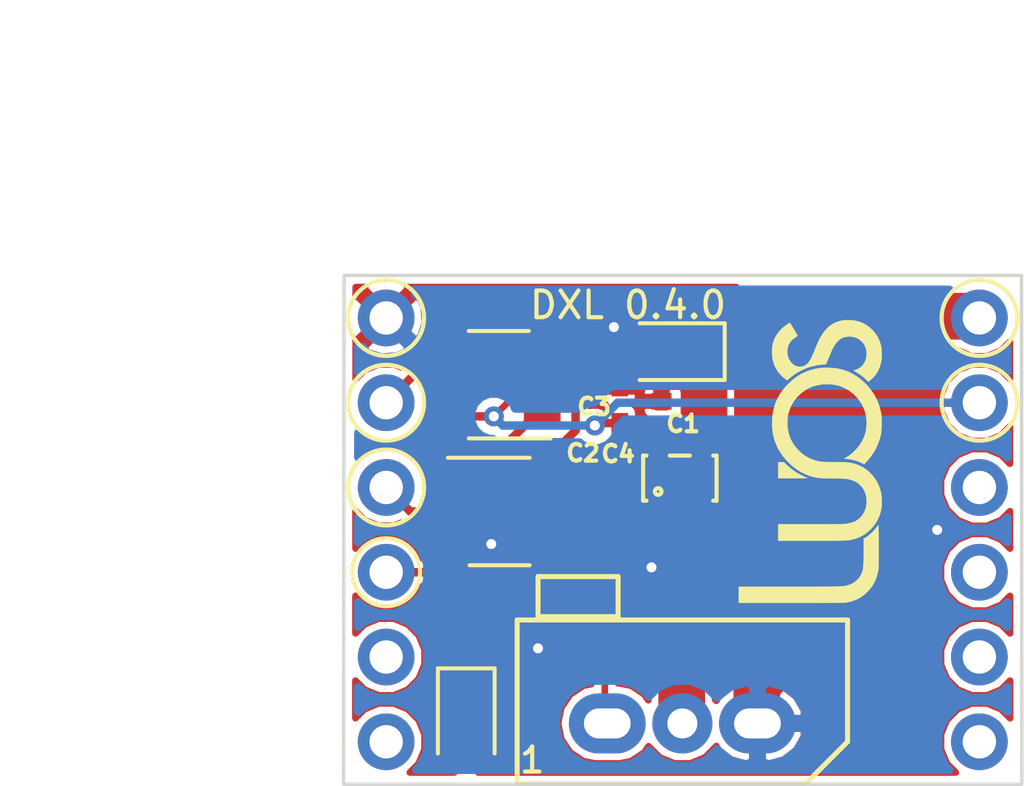
<source format=kicad_pcb>
(kicad_pcb (version 20171130) (host pcbnew "(5.0.1-3-g963ef8bb5)")

  (general
    (thickness 1.6)
    (drawings 9)
    (tracks 90)
    (zones 0)
    (modules 16)
    (nets 19)
  )

  (page A4)
  (layers
    (0 F.Cu signal)
    (31 B.Cu signal)
    (32 B.Adhes user hide)
    (33 F.Adhes user hide)
    (34 B.Paste user hide)
    (35 F.Paste user hide)
    (36 B.SilkS user hide)
    (37 F.SilkS user)
    (38 B.Mask user hide)
    (39 F.Mask user hide)
    (40 Dwgs.User user hide)
    (41 Cmts.User user hide)
    (42 Eco1.User user hide)
    (43 Eco2.User user hide)
    (44 Edge.Cuts user)
    (45 Margin user hide)
    (46 B.CrtYd user hide)
    (47 F.CrtYd user)
    (48 B.Fab user hide)
    (49 F.Fab user)
  )

  (setup
    (last_trace_width 0.2)
    (user_trace_width 0.15)
    (user_trace_width 0.2)
    (user_trace_width 0.254)
    (user_trace_width 0.3)
    (user_trace_width 0.5)
    (user_trace_width 0.75)
    (user_trace_width 1)
    (user_trace_width 2)
    (trace_clearance 0.15)
    (zone_clearance 0.254)
    (zone_45_only no)
    (trace_min 0.15)
    (segment_width 0.125)
    (edge_width 0.125)
    (via_size 0.6)
    (via_drill 0.3)
    (via_min_size 0.6)
    (via_min_drill 0.3)
    (user_via 0.6 0.3)
    (user_via 0.7 0.4)
    (user_via 0.9 0.5)
    (user_via 1 0.6)
    (user_via 1.1 0.7)
    (user_via 1.2 0.8)
    (uvia_size 0.5)
    (uvia_drill 0.2)
    (uvias_allowed no)
    (uvia_min_size 0.5)
    (uvia_min_drill 0.2)
    (pcb_text_width 0.15)
    (pcb_text_size 1.5 1.5)
    (mod_edge_width 0.15)
    (mod_text_size 1 1)
    (mod_text_width 0.15)
    (pad_size 1.524 1.524)
    (pad_drill 0.762)
    (pad_to_mask_clearance 0.15)
    (solder_mask_min_width 0.1)
    (aux_axis_origin 0 0)
    (grid_origin 64.05 53.775)
    (visible_elements 7EFFFF7F)
    (pcbplotparams
      (layerselection 0x3d0ef_ffffffff)
      (usegerberextensions false)
      (usegerberattributes false)
      (usegerberadvancedattributes false)
      (creategerberjobfile false)
      (excludeedgelayer true)
      (linewidth 0.100000)
      (plotframeref false)
      (viasonmask false)
      (mode 1)
      (useauxorigin false)
      (hpglpennumber 1)
      (hpglpenspeed 20)
      (hpglpendiameter 15.000000)
      (psnegative false)
      (psa4output false)
      (plotreference true)
      (plotvalue true)
      (plotinvisibletext false)
      (padsonsilk false)
      (subtractmaskfromsilk false)
      (outputformat 1)
      (mirror false)
      (drillshape 0)
      (scaleselection 1)
      (outputdirectory "gerber/assembly/"))
  )

  (net 0 "")
  (net 1 "Net-(J1-Pad11)")
  (net 2 "Net-(J1-Pad2)")
  (net 3 /DX_DATA)
  (net 4 GND)
  (net 5 +5V)
  (net 6 "Net-(R1-Pad2)")
  (net 7 /TxD_3v3)
  (net 8 /RxD_3v3)
  (net 9 +3V3)
  (net 10 /DX_DIR)
  (net 11 /V_Robus)
  (net 12 /OverVoltageDetection)
  (net 13 "Net-(U1-Pad3)")
  (net 14 "Net-(U1-Pad1)")
  (net 15 "Net-(J1-Pad12)")
  (net 16 "Net-(J1-Pad1)")
  (net 17 "Net-(J1-Pad4)")
  (net 18 "Net-(D1-Pad1)")

  (net_class Default "This is the default net class."
    (clearance 0.15)
    (trace_width 0.2)
    (via_dia 0.6)
    (via_drill 0.3)
    (uvia_dia 0.5)
    (uvia_drill 0.2)
    (add_net +3V3)
    (add_net +5V)
    (add_net /DX_DATA)
    (add_net /DX_DIR)
    (add_net /OverVoltageDetection)
    (add_net /RxD_3v3)
    (add_net /TxD_3v3)
    (add_net "Net-(D1-Pad1)")
    (add_net "Net-(J1-Pad1)")
    (add_net "Net-(J1-Pad11)")
    (add_net "Net-(J1-Pad12)")
    (add_net "Net-(J1-Pad2)")
    (add_net "Net-(J1-Pad4)")
    (add_net "Net-(R1-Pad2)")
    (add_net "Net-(U1-Pad1)")
    (add_net "Net-(U1-Pad3)")
  )

  (net_class LED ""
    (clearance 0.15)
    (trace_width 0.3)
    (via_dia 0.6)
    (via_drill 0.3)
    (uvia_dia 0.5)
    (uvia_drill 0.2)
  )

  (net_class Power ""
    (clearance 0.2)
    (trace_width 1.4)
    (via_dia 0.9)
    (via_drill 0.5)
    (uvia_dia 0.5)
    (uvia_drill 0.2)
    (add_net /V_Robus)
    (add_net GND)
  )

  (module Common_Footprint:XL320_MX (layer F.Cu) (tedit 5E8B6F63) (tstamp 5A88B332)
    (at 74.1875 67.2 180)
    (path /5A82C88E)
    (fp_text reference J2 (at 0 1.025 180) (layer F.Fab)
      (effects (font (size 0.5 0.5) (thickness 0.125)))
    )
    (fp_text value DXL (at 0.1 -3 180) (layer F.Fab) hide
      (effects (font (size 1 1) (thickness 0.15)))
    )
    (fp_line (start -4.95 3.1) (end 4.95 3.1) (layer F.SilkS) (width 0.15))
    (fp_line (start 4.95 3.1) (end 4.95 -1.8) (layer F.SilkS) (width 0.15))
    (fp_line (start -4.95 -0.55) (end -4.95 3.1) (layer F.SilkS) (width 0.15))
    (fp_line (start 4.95 -1.8) (end -3.7 -1.8) (layer F.SilkS) (width 0.15))
    (fp_line (start -4.95 -0.55) (end -3.7 -1.8) (layer F.SilkS) (width 0.15))
    (fp_line (start -4.95 -0.55) (end -3.7 -1.8) (layer F.CrtYd) (width 0.15))
    (fp_line (start -4.95 3.1) (end 4.95 3.1) (layer F.CrtYd) (width 0.15))
    (fp_line (start -4.95 -0.55) (end -4.95 3.1) (layer F.CrtYd) (width 0.15))
    (fp_line (start 4.95 3.1) (end 4.95 -1.8) (layer F.CrtYd) (width 0.15))
    (fp_line (start 4.95 -1.8) (end -3.7 -1.8) (layer F.CrtYd) (width 0.15))
    (fp_text user 1 (at 4.5 -1.1 180) (layer F.SilkS)
      (effects (font (size 0.75 0.75) (thickness 0.125)))
    )
    (pad 2 thru_hole circle (at 0 0 180) (size 1.8 1.8) (drill 0.9) (layers *.Cu *.Mask)
      (net 11 /V_Robus))
    (pad 3 thru_hole oval (at -2.25 0 180) (size 2.3 1.8) (drill oval 1.4 0.9) (layers *.Cu *.Mask)
      (net 4 GND))
    (pad 1 thru_hole oval (at 2.25 0) (size 2.3 1.8) (drill oval 1.4 0.9) (layers *.Cu *.Mask)
      (net 3 /DX_DATA))
  )

  (module Common_Footprint:R_0402_NoSilk (layer F.Cu) (tedit 5E8B6747) (tstamp 5B9ABB50)
    (at 67.3125 63.65 90)
    (descr "Resistor SMD 0402, reflow soldering, Vishay (see dcrcw.pdf)")
    (tags "resistor 0402")
    (path /5A81C4BA)
    (attr smd)
    (fp_text reference R2 (at 0.85 0.05 180) (layer F.Fab)
      (effects (font (size 0.5 0.5) (thickness 0.125)))
    )
    (fp_text value 150 (at 0 1.25 90) (layer F.Fab) hide
      (effects (font (size 1 1) (thickness 0.15)))
    )
    (fp_line (start 0.8 0.45) (end -0.8 0.45) (layer F.CrtYd) (width 0.05))
    (fp_line (start 0.8 0.45) (end 0.8 -0.45) (layer F.CrtYd) (width 0.05))
    (fp_line (start -0.8 -0.45) (end -0.8 0.45) (layer F.CrtYd) (width 0.05))
    (fp_line (start -0.8 -0.45) (end 0.8 -0.45) (layer F.CrtYd) (width 0.05))
    (fp_line (start -0.5 -0.25) (end 0.5 -0.25) (layer F.Fab) (width 0.1))
    (fp_line (start 0.5 -0.25) (end 0.5 0.25) (layer F.Fab) (width 0.1))
    (fp_line (start 0.5 0.25) (end -0.5 0.25) (layer F.Fab) (width 0.1))
    (fp_line (start -0.5 0.25) (end -0.5 -0.25) (layer F.Fab) (width 0.1))
    (pad 2 smd rect (at 0.45 0 90) (size 0.4 0.6) (layers F.Cu F.Paste F.Mask)
      (net 6 "Net-(R1-Pad2)"))
    (pad 1 smd rect (at -0.45 0 90) (size 0.4 0.6) (layers F.Cu F.Paste F.Mask)
      (net 18 "Net-(D1-Pad1)"))
    (model "${KISYS3DMOD}/0402 SMD Resistor.step"
      (at (xyz 0 0 0))
      (scale (xyz 1 1 1))
      (rotate (xyz 0 0 90))
    )
  )

  (module Common_Footprint:D_SOD-323F (layer F.Cu) (tedit 5D513BB9) (tstamp 5E8B70E9)
    (at 73.956 56.061 180)
    (descr "SOD-323F http://www.nxp.com/documents/outline_drawing/SOD323F.pdf")
    (tags SOD-323F)
    (path /5E8B75B4)
    (attr smd)
    (fp_text reference D2 (at 0 -1.85 180) (layer F.SilkS) hide
      (effects (font (size 1 1) (thickness 0.15)))
    )
    (fp_text value D_Zener (at 0.1 1.9 180) (layer F.Fab) hide
      (effects (font (size 1 1) (thickness 0.15)))
    )
    (fp_text user %R (at 0 -1.016 180) (layer F.Fab)
      (effects (font (size 0.4 0.4) (thickness 0.1)))
    )
    (fp_line (start -1.5 -0.85) (end -1.5 0.85) (layer F.SilkS) (width 0.12))
    (fp_line (start 0.2 0) (end 0.45 0) (layer F.Fab) (width 0.1))
    (fp_line (start 0.2 0.35) (end -0.3 0) (layer F.Fab) (width 0.1))
    (fp_line (start 0.2 -0.35) (end 0.2 0.35) (layer F.Fab) (width 0.1))
    (fp_line (start -0.3 0) (end 0.2 -0.35) (layer F.Fab) (width 0.1))
    (fp_line (start -0.3 0) (end -0.5 0) (layer F.Fab) (width 0.1))
    (fp_line (start -0.3 -0.35) (end -0.3 0.35) (layer F.Fab) (width 0.1))
    (fp_line (start -0.9 0.7) (end -0.9 -0.7) (layer F.Fab) (width 0.1))
    (fp_line (start 0.9 0.7) (end -0.9 0.7) (layer F.Fab) (width 0.1))
    (fp_line (start 0.9 -0.7) (end 0.9 0.7) (layer F.Fab) (width 0.1))
    (fp_line (start -0.9 -0.7) (end 0.9 -0.7) (layer F.Fab) (width 0.1))
    (fp_line (start -1.6 -0.95) (end 1.6 -0.95) (layer F.CrtYd) (width 0.05))
    (fp_line (start 1.6 -0.95) (end 1.6 0.95) (layer F.CrtYd) (width 0.05))
    (fp_line (start -1.6 0.95) (end 1.6 0.95) (layer F.CrtYd) (width 0.05))
    (fp_line (start -1.6 -0.95) (end -1.6 0.95) (layer F.CrtYd) (width 0.05))
    (fp_line (start -1.5 0.85) (end 1.05 0.85) (layer F.SilkS) (width 0.12))
    (fp_line (start -1.5 -0.85) (end 1.05 -0.85) (layer F.SilkS) (width 0.12))
    (pad 1 smd rect (at -1.1 0 180) (size 0.5 0.5) (layers F.Cu F.Paste F.Mask)
      (net 11 /V_Robus))
    (pad 2 smd rect (at 1.1 0 180) (size 0.5 0.5) (layers F.Cu F.Paste F.Mask)
      (net 4 GND))
    (model ${KISYS3DMOD}/SOD-323F.STEP
      (offset (xyz -1.099999983479657 0 0))
      (scale (xyz 1 1 1))
      (rotate (xyz 0 0 0))
    )
  )

  (module Common_Footprint:PRG18_RB (layer F.Cu) (tedit 5C6D5BE3) (tstamp 5B17AE33)
    (at 71.0625 63.4)
    (path /5A81BEDE)
    (fp_text reference TH1 (at 0 0) (layer F.Fab)
      (effects (font (size 0.5 0.5) (thickness 0.125)))
    )
    (fp_text value 100 (at 0 -1.6) (layer F.Fab) hide
      (effects (font (size 1 1) (thickness 0.15)))
    )
    (fp_line (start -0.762 0.4445) (end -0.762 -0.4445) (layer F.Fab) (width 0.1))
    (fp_line (start 0.8255 0.4445) (end -0.762 0.4445) (layer F.Fab) (width 0.1))
    (fp_line (start 0.8255 -0.4445) (end 0.8255 0.4445) (layer F.Fab) (width 0.1))
    (fp_line (start -0.762 -0.4445) (end 0.8255 -0.4445) (layer F.Fab) (width 0.1))
    (fp_line (start -1.2 0.6) (end -1.2 -0.6) (layer F.CrtYd) (width 0.15))
    (fp_line (start 1.2 0.6) (end -1.2 0.6) (layer F.CrtYd) (width 0.15))
    (fp_line (start 1.2 -0.6) (end 1.2 0.6) (layer F.CrtYd) (width 0.15))
    (fp_line (start -1.2 -0.6) (end 1.2 -0.6) (layer F.CrtYd) (width 0.15))
    (fp_line (start -1.2 0.6) (end -1.2 -0.6) (layer F.SilkS) (width 0.15))
    (fp_line (start 1.2 0.6) (end -1.2 0.6) (layer F.SilkS) (width 0.15))
    (fp_line (start 1.2 -0.6) (end 1.2 0.6) (layer F.SilkS) (width 0.15))
    (fp_line (start -1.2 -0.6) (end 1.2 -0.6) (layer F.SilkS) (width 0.15))
    (pad 1 smd rect (at -0.8 0) (size 0.6 0.8) (layers F.Cu F.Paste F.Mask)
      (net 18 "Net-(D1-Pad1)"))
    (pad 2 smd rect (at 0.8 0) (size 0.6 0.8) (layers F.Cu F.Paste F.Mask)
      (net 3 /DX_DATA))
    (model ${KISYS3DMOD}/prg18bb101mb1rb.stp
      (offset (xyz 0 0.4 0))
      (scale (xyz 1 1 1))
      (rotate (xyz -90 0 0))
    )
  )

  (module Common_Footprint:SC-70-5 (layer F.Cu) (tedit 5C6D5B85) (tstamp 5A8B17A3)
    (at 74.1125 59.85 90)
    (path /5A873581)
    (fp_text reference U1 (at 0.075 0.025 90) (layer F.Fab)
      (effects (font (size 0.5 0.5) (thickness 0.125)))
    )
    (fp_text value TPS71550DCKR (at 0.2 -1.9 90) (layer F.Fab) hide
      (effects (font (size 1 1) (thickness 0.15)))
    )
    (fp_circle (center -0.3937 -0.6477) (end -0.2921 -0.6477) (layer F.Fab) (width 0.1))
    (fp_line (start -0.6731 1.1049) (end 0.6731 1.1049) (layer F.Fab) (width 0.1))
    (fp_line (start -0.6731 -0.6731) (end -0.6731 1.1049) (layer F.Fab) (width 0.1))
    (fp_line (start -0.2921 -1.1049) (end -0.6731 -0.6858) (layer F.Fab) (width 0.1))
    (fp_line (start 0.6731 -1.1049) (end -0.2921 -1.1049) (layer F.Fab) (width 0.1))
    (fp_line (start 0.6731 1.1049) (end 0.6731 -1.1049) (layer F.Fab) (width 0.1))
    (fp_line (start -0.675 -0.675) (end -0.3 -1.1) (layer F.CrtYd) (width 0.125))
    (fp_line (start -0.675 -0.675) (end -0.675 1.1) (layer F.CrtYd) (width 0.125))
    (fp_line (start 0.675 -1.1) (end -0.3 -1.1) (layer F.CrtYd) (width 0.125))
    (fp_line (start 0.675 1.1) (end 0.675 -1.1) (layer F.CrtYd) (width 0.125))
    (fp_line (start -0.675 1.1) (end 0.675 1.1) (layer F.CrtYd) (width 0.125))
    (fp_line (start 0.675 -0.3) (end 0.675 0.3) (layer F.SilkS) (width 0.125))
    (fp_line (start 0.675 -1.1) (end 0.675 -1) (layer F.SilkS) (width 0.125))
    (fp_line (start -0.675 -1) (end -0.675 -1.1) (layer F.SilkS) (width 0.125))
    (fp_circle (center -0.4 -0.65) (end -0.3 -0.65) (layer F.SilkS) (width 0.125))
    (fp_line (start 0.675 1.1) (end -0.675 1.1) (layer F.SilkS) (width 0.125))
    (fp_line (start -0.675 1.1) (end -0.675 1) (layer F.SilkS) (width 0.125))
    (fp_line (start 0.675 1) (end 0.675 1.1) (layer F.SilkS) (width 0.125))
    (fp_line (start -0.675 -1.1) (end 0.675 -1.1) (layer F.SilkS) (width 0.125))
    (pad 5 smd rect (at 1.1 -0.65 90) (size 0.8 0.35) (layers F.Cu F.Paste F.Mask)
      (net 5 +5V))
    (pad 4 smd rect (at 1.1 0.65 90) (size 0.8 0.35) (layers F.Cu F.Paste F.Mask)
      (net 11 /V_Robus))
    (pad 3 smd rect (at -1.1 0.65 90) (size 0.8 0.35) (layers F.Cu F.Paste F.Mask)
      (net 13 "Net-(U1-Pad3)"))
    (pad 2 smd rect (at -1.1 0 90) (size 0.8 0.35) (layers F.Cu F.Paste F.Mask)
      (net 4 GND))
    (pad 1 smd rect (at -1.1 -0.65 90) (size 0.8 0.35) (layers F.Cu F.Paste F.Mask)
      (net 14 "Net-(U1-Pad1)"))
    (model ${KISYS3DMOD}/SC-70-5.step
      (at (xyz 0 0 0))
      (scale (xyz 1 1 1))
      (rotate (xyz 0 0 -90))
    )
  )

  (module Common_Footprint:SOT-23-5 (layer F.Cu) (tedit 5C657B76) (tstamp 5C65B6D3)
    (at 68.7125 60.85)
    (descr "5-pin SOT23 package")
    (tags SOT-23-5)
    (path /5A901E8A)
    (attr smd)
    (fp_text reference U2 (at 0 -2.9) (layer F.SilkS) hide
      (effects (font (size 1 1) (thickness 0.15)))
    )
    (fp_text value SN74LVC1G126DBVT (at 0 2.9) (layer F.Fab) hide
      (effects (font (size 1 1) (thickness 0.15)))
    )
    (fp_text user %R (at 0 0 90) (layer F.Fab)
      (effects (font (size 0.5 0.5) (thickness 0.075)))
    )
    (fp_line (start -0.9 1.61) (end 0.9 1.61) (layer F.SilkS) (width 0.12))
    (fp_line (start 0.9 -1.61) (end -1.55 -1.61) (layer F.SilkS) (width 0.12))
    (fp_line (start -1.9 -1.8) (end 1.9 -1.8) (layer F.CrtYd) (width 0.05))
    (fp_line (start 1.9 -1.8) (end 1.9 1.8) (layer F.CrtYd) (width 0.05))
    (fp_line (start 1.9 1.8) (end -1.9 1.8) (layer F.CrtYd) (width 0.05))
    (fp_line (start -1.9 1.8) (end -1.9 -1.8) (layer F.CrtYd) (width 0.05))
    (fp_line (start -0.9 -0.9) (end -0.25 -1.55) (layer F.Fab) (width 0.1))
    (fp_line (start 0.9 -1.55) (end -0.25 -1.55) (layer F.Fab) (width 0.1))
    (fp_line (start -0.9 -0.9) (end -0.9 1.55) (layer F.Fab) (width 0.1))
    (fp_line (start 0.9 1.55) (end -0.9 1.55) (layer F.Fab) (width 0.1))
    (fp_line (start 0.9 -1.55) (end 0.9 1.55) (layer F.Fab) (width 0.1))
    (pad 1 smd rect (at -1.3 -0.95) (size 1.1 0.6) (layers F.Cu F.Paste F.Mask)
      (net 10 /DX_DIR))
    (pad 2 smd rect (at -1.3 0) (size 1.1 0.6) (layers F.Cu F.Paste F.Mask)
      (net 7 /TxD_3v3))
    (pad 3 smd rect (at -1.3 0.95) (size 1.1 0.6) (layers F.Cu F.Paste F.Mask)
      (net 4 GND))
    (pad 4 smd rect (at 1.3 0.95) (size 1.1 0.6) (layers F.Cu F.Paste F.Mask)
      (net 6 "Net-(R1-Pad2)"))
    (pad 5 smd rect (at 1.3 -0.95) (size 1.1 0.6) (layers F.Cu F.Paste F.Mask)
      (net 5 +5V))
    (model ${KISYS3DMOD}/SOT-23-5.stp
      (at (xyz 0 0 0))
      (scale (xyz 1 1 1))
      (rotate (xyz 0 0 0))
    )
  )

  (module Common_Footprint:SOT-23-5 (layer F.Cu) (tedit 5C657B76) (tstamp 5A8742A6)
    (at 68.688 57.05 180)
    (descr "5-pin SOT23 package")
    (tags SOT-23-5)
    (path /5A81D488)
    (attr smd)
    (fp_text reference U3 (at 0 -2.9 180) (layer F.SilkS) hide
      (effects (font (size 1 1) (thickness 0.15)))
    )
    (fp_text value SN74LVC1G125DBVR (at 0 2.9 180) (layer F.Fab) hide
      (effects (font (size 1 1) (thickness 0.15)))
    )
    (fp_text user %R (at 0 0 270) (layer F.Fab)
      (effects (font (size 0.5 0.5) (thickness 0.075)))
    )
    (fp_line (start -0.9 1.61) (end 0.9 1.61) (layer F.SilkS) (width 0.12))
    (fp_line (start 0.9 -1.61) (end -1.55 -1.61) (layer F.SilkS) (width 0.12))
    (fp_line (start -1.9 -1.8) (end 1.9 -1.8) (layer F.CrtYd) (width 0.05))
    (fp_line (start 1.9 -1.8) (end 1.9 1.8) (layer F.CrtYd) (width 0.05))
    (fp_line (start 1.9 1.8) (end -1.9 1.8) (layer F.CrtYd) (width 0.05))
    (fp_line (start -1.9 1.8) (end -1.9 -1.8) (layer F.CrtYd) (width 0.05))
    (fp_line (start -0.9 -0.9) (end -0.25 -1.55) (layer F.Fab) (width 0.1))
    (fp_line (start 0.9 -1.55) (end -0.25 -1.55) (layer F.Fab) (width 0.1))
    (fp_line (start -0.9 -0.9) (end -0.9 1.55) (layer F.Fab) (width 0.1))
    (fp_line (start 0.9 1.55) (end -0.9 1.55) (layer F.Fab) (width 0.1))
    (fp_line (start 0.9 -1.55) (end 0.9 1.55) (layer F.Fab) (width 0.1))
    (pad 1 smd rect (at -1.3 -0.95 180) (size 1.1 0.6) (layers F.Cu F.Paste F.Mask)
      (net 10 /DX_DIR))
    (pad 2 smd rect (at -1.3 0 180) (size 1.1 0.6) (layers F.Cu F.Paste F.Mask)
      (net 6 "Net-(R1-Pad2)"))
    (pad 3 smd rect (at -1.3 0.95 180) (size 1.1 0.6) (layers F.Cu F.Paste F.Mask)
      (net 4 GND))
    (pad 4 smd rect (at 1.3 0.95 180) (size 1.1 0.6) (layers F.Cu F.Paste F.Mask)
      (net 8 /RxD_3v3))
    (pad 5 smd rect (at 1.3 -0.95 180) (size 1.1 0.6) (layers F.Cu F.Paste F.Mask)
      (net 9 +3V3))
    (model ${KISYS3DMOD}/SOT-23-5.stp
      (at (xyz 0 0 0))
      (scale (xyz 1 1 1))
      (rotate (xyz 0 0 0))
    )
  )

  (module Common_Footprint:D_SOD-323 (layer F.Cu) (tedit 5E8B6664) (tstamp 5B9AF3E2)
    (at 67.7125 67.05 270)
    (descr SOD-323)
    (tags SOD-323)
    (path /5A81C148)
    (attr smd)
    (fp_text reference D1 (at 2.25 0 270) (layer F.SilkS) hide
      (effects (font (size 0.75 0.75) (thickness 0.125)))
    )
    (fp_text value 5v1 (at 0.1 1.9 270) (layer F.Fab) hide
      (effects (font (size 1 1) (thickness 0.15)))
    )
    (fp_text user %R (at -1.35 -0.075) (layer F.Fab)
      (effects (font (size 0.5 0.5) (thickness 0.125)))
    )
    (fp_line (start -1.5 -0.85) (end -1.5 0.85) (layer F.SilkS) (width 0.12))
    (fp_line (start 0.2 0) (end 0.45 0) (layer F.Fab) (width 0.1))
    (fp_line (start 0.2 0.35) (end -0.3 0) (layer F.Fab) (width 0.1))
    (fp_line (start 0.2 -0.35) (end 0.2 0.35) (layer F.Fab) (width 0.1))
    (fp_line (start -0.3 0) (end 0.2 -0.35) (layer F.Fab) (width 0.1))
    (fp_line (start -0.3 0) (end -0.5 0) (layer F.Fab) (width 0.1))
    (fp_line (start -0.3 -0.35) (end -0.3 0.35) (layer F.Fab) (width 0.1))
    (fp_line (start -0.9 0.7) (end -0.9 -0.7) (layer F.Fab) (width 0.1))
    (fp_line (start 0.9 0.7) (end -0.9 0.7) (layer F.Fab) (width 0.1))
    (fp_line (start 0.9 -0.7) (end 0.9 0.7) (layer F.Fab) (width 0.1))
    (fp_line (start -0.9 -0.7) (end 0.9 -0.7) (layer F.Fab) (width 0.1))
    (fp_line (start -1.6 -0.95) (end 1.6 -0.95) (layer F.CrtYd) (width 0.05))
    (fp_line (start 1.6 -0.95) (end 1.6 0.95) (layer F.CrtYd) (width 0.05))
    (fp_line (start -1.6 0.95) (end 1.6 0.95) (layer F.CrtYd) (width 0.05))
    (fp_line (start -1.6 -0.95) (end -1.6 0.95) (layer F.CrtYd) (width 0.05))
    (fp_line (start -1.5 0.85) (end 1.05 0.85) (layer F.SilkS) (width 0.12))
    (fp_line (start -1.5 -0.85) (end 1.05 -0.85) (layer F.SilkS) (width 0.12))
    (pad 1 smd rect (at -1.05 0 270) (size 0.6 0.45) (layers F.Cu F.Paste F.Mask)
      (net 18 "Net-(D1-Pad1)"))
    (pad 2 smd rect (at 1.05 0 270) (size 0.6 0.45) (layers F.Cu F.Paste F.Mask)
      (net 4 GND))
    (model ${KISYS3DMOD}/SOD323.STEP
      (offset (xyz 0 -0.6 0))
      (scale (xyz 1 1 1))
      (rotate (xyz 0 0 0))
    )
  )

  (module Common_Footprint:l0_Shield_Socket locked (layer F.Cu) (tedit 5C657850) (tstamp 5A88B3BD)
    (at 74.2 61.4)
    (path /5A82BD85)
    (fp_text reference J1 (at 0 0.5) (layer F.SilkS) hide
      (effects (font (size 1 1) (thickness 0.15)))
    )
    (fp_text value l0_Socket (at 0 -0.5) (layer F.Fab) hide
      (effects (font (size 1 1) (thickness 0.15)))
    )
    (fp_line (start -10.15 -7.625) (end -10.16 7.62) (layer Edge.Cuts) (width 0.1))
    (fp_line (start -10.15 -7.625) (end 10.15 -7.625) (layer Edge.Cuts) (width 0.1))
    (fp_line (start -10.16 7.62) (end 10.16 7.62) (layer Edge.Cuts) (width 0.1))
    (fp_line (start 10.15 -7.625) (end 10.16 7.62) (layer Edge.Cuts) (width 0.1))
    (pad 5 thru_hole circle (at 8.8875 -3.81 270) (size 1.7 1.7) (drill 1) (layers *.Cu *.Mask)
      (net 9 +3V3))
    (pad 6 thru_hole circle (at 8.8875 -6.35 270) (size 1.7 1.7) (drill 1) (layers *.Cu *.Mask)
      (net 11 /V_Robus))
    (pad 2 thru_hole circle (at 8.8875 3.81 270) (size 1.7 1.7) (drill 1) (layers *.Cu *.Mask)
      (net 2 "Net-(J1-Pad2)"))
    (pad 4 thru_hole circle (at 8.8875 -1.27 270) (size 1.7 1.7) (drill 1) (layers *.Cu *.Mask)
      (net 17 "Net-(J1-Pad4)"))
    (pad 1 thru_hole circle (at 8.8875 6.35 270) (size 1.7 1.7) (drill 1) (layers *.Cu *.Mask)
      (net 16 "Net-(J1-Pad1)"))
    (pad 7 thru_hole circle (at -8.8875 -6.35 270) (size 1.7 1.7) (drill 1) (layers *.Cu *.Mask)
      (net 4 GND))
    (pad 11 thru_hole circle (at -8.8875 3.81 270) (size 1.7 1.7) (drill 1) (layers *.Cu *.Mask)
      (net 1 "Net-(J1-Pad11)"))
    (pad 9 thru_hole circle (at -8.8875 -1.27 270) (size 1.7 1.7) (drill 1) (layers *.Cu *.Mask)
      (net 7 /TxD_3v3))
    (pad 3 thru_hole circle (at 8.8875 1.27 270) (size 1.7 1.7) (drill 1) (layers *.Cu *.Mask)
      (net 12 /OverVoltageDetection))
    (pad 10 thru_hole circle (at -8.8875 1.27 270) (size 1.7 1.7) (drill 1) (layers *.Cu *.Mask)
      (net 10 /DX_DIR))
    (pad 12 thru_hole circle (at -8.8875 6.35 270) (size 1.7 1.7) (drill 1) (layers *.Cu *.Mask)
      (net 15 "Net-(J1-Pad12)"))
    (pad 8 thru_hole circle (at -8.8875 -3.81 270) (size 1.7 1.7) (drill 1) (layers *.Cu *.Mask)
      (net 8 /RxD_3v3))
  )

  (module Common_Footprint:C_0402_NoSilk (layer F.Cu) (tedit 5E8B679F) (tstamp 5B9ABBCE)
    (at 72.3125 59.929411 270)
    (descr "Capacitor SMD 0402, reflow soldering, AVX (see smccp.pdf)")
    (tags "capacitor 0402")
    (path /5A878D68)
    (attr smd)
    (fp_text reference C4 (at -0.804411 0.05) (layer F.SilkS)
      (effects (font (size 0.5 0.5) (thickness 0.125)))
    )
    (fp_text value 0,47µF (at 0 1.27 270) (layer F.Fab) hide
      (effects (font (size 1 1) (thickness 0.15)))
    )
    (fp_text user %R (at -0.01 0.01 270) (layer F.Fab)
      (effects (font (size 0.3 0.3) (thickness 0.075)))
    )
    (fp_line (start -0.5 0.25) (end -0.5 -0.25) (layer F.Fab) (width 0.1))
    (fp_line (start 0.5 0.25) (end -0.5 0.25) (layer F.Fab) (width 0.1))
    (fp_line (start 0.5 -0.25) (end 0.5 0.25) (layer F.Fab) (width 0.1))
    (fp_line (start -0.5 -0.25) (end 0.5 -0.25) (layer F.Fab) (width 0.1))
    (fp_line (start -1 -0.4) (end 1 -0.4) (layer F.CrtYd) (width 0.05))
    (fp_line (start -1 -0.4) (end -1 0.4) (layer F.CrtYd) (width 0.05))
    (fp_line (start 1 0.4) (end 1 -0.4) (layer F.CrtYd) (width 0.05))
    (fp_line (start 1 0.4) (end -1 0.4) (layer F.CrtYd) (width 0.05))
    (pad 1 smd rect (at -0.55 0 270) (size 0.6 0.5) (layers F.Cu F.Paste F.Mask)
      (net 5 +5V))
    (pad 2 smd rect (at 0.55 0 270) (size 0.6 0.5) (layers F.Cu F.Paste F.Mask)
      (net 4 GND))
    (model "${KISYS3DMOD}/0402 SMD Capacitor.step"
      (at (xyz 0 0 0))
      (scale (xyz 1 1 1))
      (rotate (xyz -90 0 0))
    )
  )

  (module Common_Footprint:C_0402_NoSilk (layer F.Cu) (tedit 5E8B679F) (tstamp 5B9ABBC0)
    (at 72.3125 57.65 90)
    (descr "Capacitor SMD 0402, reflow soldering, AVX (see smccp.pdf)")
    (tags "capacitor 0402")
    (path /5A81E13D)
    (attr smd)
    (fp_text reference C3 (at -0.062 -0.7695 180) (layer F.SilkS)
      (effects (font (size 0.5 0.5) (thickness 0.125)))
    )
    (fp_text value 100nF (at 0 1.27 90) (layer F.Fab) hide
      (effects (font (size 1 1) (thickness 0.15)))
    )
    (fp_text user %R (at -0.01 0.01 90) (layer F.Fab)
      (effects (font (size 0.3 0.3) (thickness 0.075)))
    )
    (fp_line (start -0.5 0.25) (end -0.5 -0.25) (layer F.Fab) (width 0.1))
    (fp_line (start 0.5 0.25) (end -0.5 0.25) (layer F.Fab) (width 0.1))
    (fp_line (start 0.5 -0.25) (end 0.5 0.25) (layer F.Fab) (width 0.1))
    (fp_line (start -0.5 -0.25) (end 0.5 -0.25) (layer F.Fab) (width 0.1))
    (fp_line (start -1 -0.4) (end 1 -0.4) (layer F.CrtYd) (width 0.05))
    (fp_line (start -1 -0.4) (end -1 0.4) (layer F.CrtYd) (width 0.05))
    (fp_line (start 1 0.4) (end 1 -0.4) (layer F.CrtYd) (width 0.05))
    (fp_line (start 1 0.4) (end -1 0.4) (layer F.CrtYd) (width 0.05))
    (pad 1 smd rect (at -0.55 0 90) (size 0.6 0.5) (layers F.Cu F.Paste F.Mask)
      (net 9 +3V3))
    (pad 2 smd rect (at 0.55 0 90) (size 0.6 0.5) (layers F.Cu F.Paste F.Mask)
      (net 4 GND))
    (model "${KISYS3DMOD}/0402 SMD Capacitor.step"
      (at (xyz 0 0 0))
      (scale (xyz 1 1 1))
      (rotate (xyz -90 0 0))
    )
  )

  (module Common_Footprint:C_0402_NoSilk (layer F.Cu) (tedit 5E8B679F) (tstamp 5B9ABBB2)
    (at 71.2125 59.95 270)
    (descr "Capacitor SMD 0402, reflow soldering, AVX (see smccp.pdf)")
    (tags "capacitor 0402")
    (path /5A81D595)
    (attr smd)
    (fp_text reference C2 (at -0.85 0) (layer F.SilkS)
      (effects (font (size 0.5 0.5) (thickness 0.125)))
    )
    (fp_text value 100nF (at 0 1.27 270) (layer F.Fab) hide
      (effects (font (size 1 1) (thickness 0.15)))
    )
    (fp_text user %R (at -0.01 0.01 270) (layer F.Fab)
      (effects (font (size 0.3 0.3) (thickness 0.075)))
    )
    (fp_line (start -0.5 0.25) (end -0.5 -0.25) (layer F.Fab) (width 0.1))
    (fp_line (start 0.5 0.25) (end -0.5 0.25) (layer F.Fab) (width 0.1))
    (fp_line (start 0.5 -0.25) (end 0.5 0.25) (layer F.Fab) (width 0.1))
    (fp_line (start -0.5 -0.25) (end 0.5 -0.25) (layer F.Fab) (width 0.1))
    (fp_line (start -1 -0.4) (end 1 -0.4) (layer F.CrtYd) (width 0.05))
    (fp_line (start -1 -0.4) (end -1 0.4) (layer F.CrtYd) (width 0.05))
    (fp_line (start 1 0.4) (end 1 -0.4) (layer F.CrtYd) (width 0.05))
    (fp_line (start 1 0.4) (end -1 0.4) (layer F.CrtYd) (width 0.05))
    (pad 1 smd rect (at -0.55 0 270) (size 0.6 0.5) (layers F.Cu F.Paste F.Mask)
      (net 5 +5V))
    (pad 2 smd rect (at 0.55 0 270) (size 0.6 0.5) (layers F.Cu F.Paste F.Mask)
      (net 4 GND))
    (model "${KISYS3DMOD}/0402 SMD Capacitor.step"
      (at (xyz 0 0 0))
      (scale (xyz 1 1 1))
      (rotate (xyz -90 0 0))
    )
  )

  (module Common_Footprint:C_0402_NoSilk (layer F.Cu) (tedit 5E8B679F) (tstamp 5B9ABBA4)
    (at 74.1125 57.55 180)
    (descr "Capacitor SMD 0402, reflow soldering, AVX (see smccp.pdf)")
    (tags "capacitor 0402")
    (path /5A877C32)
    (attr smd)
    (fp_text reference C1 (at -0.0975 -0.67 180) (layer F.SilkS)
      (effects (font (size 0.5 0.5) (thickness 0.125)))
    )
    (fp_text value 100nF (at 0 1.27 180) (layer F.Fab) hide
      (effects (font (size 1 1) (thickness 0.15)))
    )
    (fp_text user %R (at -0.01 0.01 180) (layer F.Fab)
      (effects (font (size 0.3 0.3) (thickness 0.075)))
    )
    (fp_line (start -0.5 0.25) (end -0.5 -0.25) (layer F.Fab) (width 0.1))
    (fp_line (start 0.5 0.25) (end -0.5 0.25) (layer F.Fab) (width 0.1))
    (fp_line (start 0.5 -0.25) (end 0.5 0.25) (layer F.Fab) (width 0.1))
    (fp_line (start -0.5 -0.25) (end 0.5 -0.25) (layer F.Fab) (width 0.1))
    (fp_line (start -1 -0.4) (end 1 -0.4) (layer F.CrtYd) (width 0.05))
    (fp_line (start -1 -0.4) (end -1 0.4) (layer F.CrtYd) (width 0.05))
    (fp_line (start 1 0.4) (end 1 -0.4) (layer F.CrtYd) (width 0.05))
    (fp_line (start 1 0.4) (end -1 0.4) (layer F.CrtYd) (width 0.05))
    (pad 1 smd rect (at -0.55 0 180) (size 0.6 0.5) (layers F.Cu F.Paste F.Mask)
      (net 11 /V_Robus))
    (pad 2 smd rect (at 0.55 0 180) (size 0.6 0.5) (layers F.Cu F.Paste F.Mask)
      (net 4 GND))
    (model "${KISYS3DMOD}/0402 SMD Capacitor.step"
      (at (xyz 0 0 0))
      (scale (xyz 1 1 1))
      (rotate (xyz -90 0 0))
    )
  )

  (module Common_Footprint:R_0402_NoSilk (layer F.Cu) (tedit 5E8B6747) (tstamp 5B9ABB7A)
    (at 68.6145 54.923 180)
    (descr "Resistor SMD 0402, reflow soldering, Vishay (see dcrcw.pdf)")
    (tags "resistor 0402")
    (path /5B9A7A07)
    (attr smd)
    (fp_text reference R5 (at -0.125 0.725 180) (layer F.Fab)
      (effects (font (size 0.5 0.5) (thickness 0.125)))
    )
    (fp_text value 10K (at 0 1.25 180) (layer F.Fab) hide
      (effects (font (size 1 1) (thickness 0.15)))
    )
    (fp_line (start 0.8 0.45) (end -0.8 0.45) (layer F.CrtYd) (width 0.05))
    (fp_line (start 0.8 0.45) (end 0.8 -0.45) (layer F.CrtYd) (width 0.05))
    (fp_line (start -0.8 -0.45) (end -0.8 0.45) (layer F.CrtYd) (width 0.05))
    (fp_line (start -0.8 -0.45) (end 0.8 -0.45) (layer F.CrtYd) (width 0.05))
    (fp_line (start -0.5 -0.25) (end 0.5 -0.25) (layer F.Fab) (width 0.1))
    (fp_line (start 0.5 -0.25) (end 0.5 0.25) (layer F.Fab) (width 0.1))
    (fp_line (start 0.5 0.25) (end -0.5 0.25) (layer F.Fab) (width 0.1))
    (fp_line (start -0.5 0.25) (end -0.5 -0.25) (layer F.Fab) (width 0.1))
    (pad 2 smd rect (at 0.45 0 180) (size 0.4 0.6) (layers F.Cu F.Paste F.Mask)
      (net 8 /RxD_3v3))
    (pad 1 smd rect (at -0.45 0 180) (size 0.4 0.6) (layers F.Cu F.Paste F.Mask)
      (net 9 +3V3))
    (model "${KISYS3DMOD}/0402 SMD Resistor.step"
      (at (xyz 0 0 0))
      (scale (xyz 1 1 1))
      (rotate (xyz 0 0 90))
    )
  )

  (module Common_Footprint:R_0402_NoSilk (layer F.Cu) (tedit 5E8B6747) (tstamp 5B9ABB42)
    (at 71.3125 61.85 270)
    (descr "Resistor SMD 0402, reflow soldering, Vishay (see dcrcw.pdf)")
    (tags "resistor 0402")
    (path /5A81E618)
    (attr smd)
    (fp_text reference R1 (at -0.9 -0.05) (layer F.Fab)
      (effects (font (size 0.5 0.5) (thickness 0.125)))
    )
    (fp_text value 10K (at 0 1.25 270) (layer F.Fab) hide
      (effects (font (size 1 1) (thickness 0.15)))
    )
    (fp_line (start 0.8 0.45) (end -0.8 0.45) (layer F.CrtYd) (width 0.05))
    (fp_line (start 0.8 0.45) (end 0.8 -0.45) (layer F.CrtYd) (width 0.05))
    (fp_line (start -0.8 -0.45) (end -0.8 0.45) (layer F.CrtYd) (width 0.05))
    (fp_line (start -0.8 -0.45) (end 0.8 -0.45) (layer F.CrtYd) (width 0.05))
    (fp_line (start -0.5 -0.25) (end 0.5 -0.25) (layer F.Fab) (width 0.1))
    (fp_line (start 0.5 -0.25) (end 0.5 0.25) (layer F.Fab) (width 0.1))
    (fp_line (start 0.5 0.25) (end -0.5 0.25) (layer F.Fab) (width 0.1))
    (fp_line (start -0.5 0.25) (end -0.5 -0.25) (layer F.Fab) (width 0.1))
    (pad 2 smd rect (at 0.45 0 270) (size 0.4 0.6) (layers F.Cu F.Paste F.Mask)
      (net 6 "Net-(R1-Pad2)"))
    (pad 1 smd rect (at -0.45 0 270) (size 0.4 0.6) (layers F.Cu F.Paste F.Mask)
      (net 5 +5V))
    (model "${KISYS3DMOD}/0402 SMD Resistor.step"
      (at (xyz 0 0 0))
      (scale (xyz 1 1 1))
      (rotate (xyz 0 0 90))
    )
  )

  (module Common_Footprint:Luos_logo_small locked (layer F.Cu) (tedit 5B9B9439) (tstamp 5C81686E)
    (at 78.02 59.109 90)
    (fp_text reference "" (at 0 0 90) (layer F.SilkS) hide
      (effects (font (size 1.524 1.524) (thickness 0.3)))
    )
    (fp_text value "" (at 0.75 0 90) (layer F.SilkS) hide
      (effects (font (size 1.524 1.524) (thickness 0.3)))
    )
    (fp_poly (pts (xy -0.262466 -0.793703) (xy -0.343787 -0.708979) (xy -0.4312 -0.610734) (xy -0.513708 -0.504156)
      (xy -0.58608 -0.396046) (xy -0.59225 -0.385923) (xy -0.614235 -0.347777) (xy -0.638082 -0.303503)
      (xy -0.662061 -0.256641) (xy -0.684439 -0.210733) (xy -0.703487 -0.16932) (xy -0.717475 -0.135942)
      (xy -0.724277 -0.11581) (xy -0.728688 -0.100574) (xy -0.732455 -0.093313) (xy -0.735624 -0.094937)
      (xy -0.738241 -0.106354) (xy -0.740355 -0.128474) (xy -0.742011 -0.162206) (xy -0.743256 -0.20846)
      (xy -0.744138 -0.268143) (xy -0.744702 -0.342166) (xy -0.744995 -0.431438) (xy -0.745067 -0.5202)
      (xy -0.745067 -0.956733) (xy -0.262466 -0.956733) (xy -0.262466 -0.793703)) (layer F.SilkS) (width 0.01))
    (fp_poly (pts (xy -3.994136 -0.60325) (xy -3.99382 -0.410224) (xy -3.993533 -0.233361) (xy -3.993251 -0.071889)
      (xy -3.992953 0.074964) (xy -3.992618 0.207968) (xy -3.992225 0.327895) (xy -3.99175 0.435515)
      (xy -3.991174 0.531601) (xy -3.990473 0.616923) (xy -3.989627 0.692252) (xy -3.988614 0.758359)
      (xy -3.987413 0.816017) (xy -3.986001 0.865995) (xy -3.984356 0.909066) (xy -3.982459 0.945999)
      (xy -3.980286 0.977568) (xy -3.977816 1.004541) (xy -3.975028 1.027692) (xy -3.9719 1.047791)
      (xy -3.96841 1.065608) (xy -3.964536 1.081917) (xy -3.960258 1.097486) (xy -3.955553 1.113089)
      (xy -3.950399 1.129495) (xy -3.945064 1.146544) (xy -3.906424 1.244993) (xy -3.854912 1.332673)
      (xy -3.791105 1.409003) (xy -3.715581 1.473403) (xy -3.62892 1.525291) (xy -3.531698 1.564087)
      (xy -3.528669 1.565029) (xy -3.499873 1.572976) (xy -3.468149 1.579693) (xy -3.431929 1.585273)
      (xy -3.389646 1.589808) (xy -3.339733 1.593388) (xy -3.280622 1.596107) (xy -3.210748 1.598055)
      (xy -3.128543 1.599326) (xy -3.032439 1.60001) (xy -2.928787 1.6002) (xy -2.557368 1.6002)
      (xy -2.543926 1.626194) (xy -2.51481 1.674484) (xy -2.474778 1.729431) (xy -2.426694 1.787854)
      (xy -2.373427 1.846573) (xy -2.31784 1.902408) (xy -2.262802 1.952178) (xy -2.218266 1.987577)
      (xy -2.189503 2.008846) (xy -2.165621 2.026783) (xy -2.150156 2.03872) (xy -2.146723 2.041568)
      (xy -2.153846 2.042526) (xy -2.176354 2.04341) (xy -2.212698 2.044218) (xy -2.261328 2.04495)
      (xy -2.320696 2.045601) (xy -2.389254 2.046172) (xy -2.465453 2.046659) (xy -2.547743 2.047061)
      (xy -2.634577 2.047376) (xy -2.724405 2.047602) (xy -2.815678 2.047736) (xy -2.906849 2.047778)
      (xy -2.996367 2.047725) (xy -3.082685 2.047575) (xy -3.164254 2.047326) (xy -3.239524 2.046976)
      (xy -3.306947 2.046523) (xy -3.364975 2.045966) (xy -3.412059 2.045302) (xy -3.446649 2.04453)
      (xy -3.467197 2.043647) (xy -3.471333 2.043233) (xy -3.607139 2.015922) (xy -3.730586 1.979007)
      (xy -3.843994 1.931327) (xy -3.949682 1.871721) (xy -4.04997 1.799027) (xy -4.147178 1.712084)
      (xy -4.161793 1.697584) (xy -4.250062 1.597065) (xy -4.324498 1.486964) (xy -4.384819 1.367857)
      (xy -4.43074 1.240322) (xy -4.461979 1.104935) (xy -4.466061 1.0795) (xy -4.46764 1.067226)
      (xy -4.469085 1.051862) (xy -4.470404 1.032678) (xy -4.471601 1.008942) (xy -4.472681 0.979925)
      (xy -4.473652 0.944894) (xy -4.474518 0.903119) (xy -4.475285 0.853868) (xy -4.475958 0.796411)
      (xy -4.476544 0.730016) (xy -4.477048 0.653953) (xy -4.477475 0.56749) (xy -4.477831 0.469897)
      (xy -4.478122 0.360442) (xy -4.478354 0.238394) (xy -4.478532 0.103023) (xy -4.478661 -0.046403)
      (xy -4.478748 -0.210615) (xy -4.478798 -0.390344) (xy -4.478817 -0.573616) (xy -4.478866 -2.142066)
      (xy -4.237786 -2.142067) (xy -3.996705 -2.142067) (xy -3.994136 -0.60325)) (layer F.SilkS) (width 0.01))
    (fp_poly (pts (xy 3.114164 -1.14419) (xy 3.215798 -1.134623) (xy 3.303365 -1.117251) (xy 3.408359 -1.081606)
      (xy 3.511246 -1.031064) (xy 3.608776 -0.967625) (xy 3.697698 -0.893287) (xy 3.743371 -0.846711)
      (xy 3.768697 -0.817402) (xy 3.796732 -0.782606) (xy 3.825493 -0.745074) (xy 3.853 -0.707556)
      (xy 3.877271 -0.672802) (xy 3.896324 -0.643565) (xy 3.908177 -0.622593) (xy 3.911151 -0.613833)
      (xy 3.904392 -0.60536) (xy 3.886868 -0.591919) (xy 3.86691 -0.579185) (xy 3.845585 -0.56655)
      (xy 3.812862 -0.547155) (xy 3.771909 -0.522876) (xy 3.725893 -0.495593) (xy 3.67798 -0.467182)
      (xy 3.677676 -0.467002) (xy 3.632932 -0.440696) (xy 3.592978 -0.417641) (xy 3.560154 -0.399149)
      (xy 3.536795 -0.386536) (xy 3.525239 -0.381112) (xy 3.524638 -0.381) (xy 3.516873 -0.387704)
      (xy 3.502764 -0.405668) (xy 3.484742 -0.431673) (xy 3.475068 -0.446616) (xy 3.419171 -0.523591)
      (xy 3.358555 -0.584875) (xy 3.292148 -0.631313) (xy 3.218877 -0.66375) (xy 3.188038 -0.672832)
      (xy 3.147163 -0.680012) (xy 3.095686 -0.684255) (xy 3.039697 -0.685474) (xy 2.985286 -0.683584)
      (xy 2.938542 -0.678498) (xy 2.927767 -0.676512) (xy 2.862925 -0.656639) (xy 2.798973 -0.62528)
      (xy 2.739373 -0.584998) (xy 2.687587 -0.538357) (xy 2.647076 -0.487919) (xy 2.628821 -0.455172)
      (xy 2.603199 -0.381587) (xy 2.594066 -0.309607) (xy 2.601294 -0.240197) (xy 2.624758 -0.17432)
      (xy 2.664329 -0.11294) (xy 2.675743 -0.099507) (xy 2.707467 -0.067504) (xy 2.744722 -0.037172)
      (xy 2.789409 -0.007417) (xy 2.84343 0.022855) (xy 2.908687 0.054738) (xy 2.987082 0.089325)
      (xy 3.048 0.114596) (xy 3.094629 0.133572) (xy 3.148932 0.155684) (xy 3.202902 0.17767)
      (xy 3.234267 0.190453) (xy 3.372428 0.251581) (xy 3.494996 0.316087) (xy 3.603087 0.384619)
      (xy 3.697821 0.457821) (xy 3.699933 0.459635) (xy 3.779873 0.536843) (xy 3.846203 0.619815)
      (xy 3.900162 0.710694) (xy 3.94299 0.81162) (xy 3.975927 0.924735) (xy 3.980346 0.944033)
      (xy 3.985969 0.981619) (xy 3.989648 1.031821) (xy 3.991422 1.090442) (xy 3.991333 1.153282)
      (xy 3.989422 1.216142) (xy 3.985729 1.274822) (xy 3.980295 1.325125) (xy 3.976417 1.348528)
      (xy 3.946383 1.466717) (xy 3.904258 1.575324) (xy 3.848894 1.676382) (xy 3.779145 1.77192)
      (xy 3.693864 1.863971) (xy 3.675539 1.881489) (xy 3.577784 1.961777) (xy 3.470553 2.028054)
      (xy 3.353997 2.080237) (xy 3.246967 2.113638) (xy 3.214106 2.12153) (xy 3.183689 2.127403)
      (xy 3.15201 2.131623) (xy 3.115359 2.134556) (xy 3.070028 2.136571) (xy 3.012309 2.138032)
      (xy 2.9972 2.138323) (xy 2.916475 2.13899) (xy 2.851281 2.137671) (xy 2.800326 2.134319)
      (xy 2.7686 2.130081) (xy 2.641266 2.099573) (xy 2.523289 2.055068) (xy 2.414863 1.996677)
      (xy 2.316183 1.92451) (xy 2.227442 1.838679) (xy 2.196916 1.803175) (xy 2.148364 1.74383)
      (xy 2.193688 1.695298) (xy 2.215736 1.671825) (xy 2.233291 1.653383) (xy 2.243183 1.643297)
      (xy 2.244012 1.642534) (xy 2.258542 1.627333) (xy 2.280215 1.601046) (xy 2.306805 1.566691)
      (xy 2.336087 1.527289) (xy 2.365833 1.485858) (xy 2.393819 1.445416) (xy 2.417818 1.408983)
      (xy 2.426597 1.394908) (xy 2.483485 1.30157) (xy 2.50182 1.355635) (xy 2.521239 1.407653)
      (xy 2.541578 1.449535) (xy 2.566285 1.487889) (xy 2.580873 1.507196) (xy 2.640645 1.569934)
      (xy 2.710954 1.619765) (xy 2.790935 1.6563) (xy 2.879725 1.679153) (xy 2.976461 1.687937)
      (xy 2.9845 1.68802) (xy 3.051364 1.685888) (xy 3.108655 1.677841) (xy 3.163133 1.662428)
      (xy 3.22156 1.638198) (xy 3.2258 1.636216) (xy 3.27747 1.605656) (xy 3.330277 1.563558)
      (xy 3.379656 1.514327) (xy 3.421043 1.46237) (xy 3.44287 1.426633) (xy 3.477278 1.343954)
      (xy 3.497776 1.25607) (xy 3.504274 1.16611) (xy 3.496678 1.077203) (xy 3.474897 0.992479)
      (xy 3.456925 0.948981) (xy 3.418868 0.88664) (xy 3.365375 0.825697) (xy 3.297944 0.767354)
      (xy 3.218072 0.712813) (xy 3.127256 0.663276) (xy 3.067043 0.635994) (xy 3.032129 0.621282)
      (xy 2.98591 0.601776) (xy 2.93267 0.579286) (xy 2.876697 0.555623) (xy 2.827867 0.534965)
      (xy 2.671233 0.46867) (xy 2.665167 0.3784) (xy 2.64586 0.21006) (xy 2.610868 0.047859)
      (xy 2.559985 -0.108817) (xy 2.493004 -0.260579) (xy 2.40972 -0.408037) (xy 2.388988 -0.440266)
      (xy 2.360686 -0.481744) (xy 2.329642 -0.52474) (xy 2.300067 -0.563539) (xy 2.280742 -0.587195)
      (xy 2.255786 -0.616391) (xy 2.232769 -0.643498) (xy 2.215592 -0.663916) (xy 2.211821 -0.668461)
      (xy 2.192676 -0.6917) (xy 2.226567 -0.741667) (xy 2.25908 -0.784334) (xy 2.301407 -0.832193)
      (xy 2.349341 -0.880934) (xy 2.398679 -0.926251) (xy 2.4384 -0.958722) (xy 2.476827 -0.984826)
      (xy 2.526025 -1.01368) (xy 2.580737 -1.042568) (xy 2.635706 -1.068772) (xy 2.685676 -1.089579)
      (xy 2.704663 -1.096303) (xy 2.798004 -1.120866) (xy 2.900528 -1.137146) (xy 3.007494 -1.144976)
      (xy 3.114164 -1.14419)) (layer F.SilkS) (width 0.01))
    (fp_poly (pts (xy 0.972904 -1.14064) (xy 1.128819 -1.130628) (xy 1.274394 -1.108828) (xy 1.412098 -1.074524)
      (xy 1.5444 -1.027005) (xy 1.67377 -0.965555) (xy 1.769617 -0.910356) (xy 1.804477 -0.888563)
      (xy 1.832676 -0.870067) (xy 1.858436 -0.851793) (xy 1.885976 -0.830666) (xy 1.919516 -0.803611)
      (xy 1.94594 -0.78188) (xy 2.077036 -0.664245) (xy 2.192331 -0.540691) (xy 2.292004 -0.410901)
      (xy 2.376231 -0.274562) (xy 2.445192 -0.131359) (xy 2.499064 0.019022) (xy 2.538024 0.176896)
      (xy 2.557443 0.299404) (xy 2.562855 0.363251) (xy 2.56528 0.438707) (xy 2.564898 0.521238)
      (xy 2.561886 0.606309) (xy 2.556425 0.689384) (xy 2.548692 0.765929) (xy 2.538867 0.831409)
      (xy 2.535865 0.846667) (xy 2.496759 0.998654) (xy 2.444679 1.141723) (xy 2.378808 1.277404)
      (xy 2.298329 1.40723) (xy 2.202422 1.532731) (xy 2.120687 1.624087) (xy 1.997918 1.741862)
      (xy 1.867829 1.844485) (xy 1.729928 1.932227) (xy 1.583725 2.005356) (xy 1.428728 2.064142)
      (xy 1.264445 2.108854) (xy 1.2192 2.118396) (xy 1.186507 2.124548) (xy 1.156224 2.129258)
      (xy 1.125326 2.132714) (xy 1.090787 2.135103) (xy 1.049581 2.136613) (xy 0.998683 2.137429)
      (xy 0.935068 2.137739) (xy 0.905934 2.137764) (xy 0.821585 2.137282) (xy 0.750732 2.135547)
      (xy 0.689959 2.132156) (xy 0.63585 2.126707) (xy 0.58499 2.118796) (xy 0.533963 2.108023)
      (xy 0.479352 2.093984) (xy 0.440267 2.082903) (xy 0.288664 2.030257) (xy 0.140935 1.962126)
      (xy -0.000532 1.879894) (xy -0.133347 1.784943) (xy -0.251145 1.682485) (xy -0.320256 1.616218)
      (xy -0.279205 1.529892) (xy -0.258526 1.483075) (xy -0.237564 1.430071) (xy -0.219608 1.379404)
      (xy -0.212974 1.358253) (xy -0.199816 1.308431) (xy -0.187342 1.251758) (xy -0.176385 1.193035)
      (xy -0.167777 1.137064) (xy -0.162354 1.088644) (xy -0.160866 1.058077) (xy -0.158975 1.033688)
      (xy -0.153494 1.025686) (xy -0.144714 1.034187) (xy -0.137376 1.048618) (xy -0.118736 1.083855)
      (xy -0.090951 1.127586) (xy -0.056684 1.176169) (xy -0.0186 1.225963) (xy 0.020637 1.273325)
      (xy 0.053459 1.309528) (xy 0.158954 1.410005) (xy 0.268354 1.494425) (xy 0.382786 1.563436)
      (xy 0.503378 1.617684) (xy 0.631256 1.657817) (xy 0.679588 1.668997) (xy 0.746284 1.679466)
      (xy 0.823982 1.685804) (xy 0.907249 1.687958) (xy 0.990652 1.68587) (xy 1.068758 1.679487)
      (xy 1.111817 1.673403) (xy 1.243928 1.642469) (xy 1.370762 1.596007) (xy 1.491125 1.534925)
      (xy 1.603824 1.460129) (xy 1.707666 1.372525) (xy 1.801456 1.273019) (xy 1.884002 1.162517)
      (xy 1.95411 1.041927) (xy 1.960709 1.0287) (xy 2.007841 0.918793) (xy 2.042086 0.80604)
      (xy 2.064095 0.687446) (xy 2.074518 0.560014) (xy 2.075602 0.499534) (xy 2.068219 0.352123)
      (xy 2.04592 0.21262) (xy 2.00859 0.080704) (xy 1.956111 -0.043943) (xy 1.888368 -0.161644)
      (xy 1.805244 -0.272717) (xy 1.788579 -0.2921) (xy 1.688699 -0.393776) (xy 1.580274 -0.480842)
      (xy 1.463177 -0.553372) (xy 1.337284 -0.611441) (xy 1.202467 -0.655124) (xy 1.159934 -0.665509)
      (xy 1.117339 -0.672616) (xy 1.06218 -0.678075) (xy 0.998756 -0.681802) (xy 0.931364 -0.683718)
      (xy 0.8643 -0.683739) (xy 0.801862 -0.681783) (xy 0.748348 -0.67777) (xy 0.719667 -0.673896)
      (xy 0.583232 -0.643372) (xy 0.457351 -0.600273) (xy 0.340338 -0.54373) (xy 0.230509 -0.472871)
      (xy 0.126178 -0.386826) (xy 0.08188 -0.344232) (xy -0.011917 -0.239381) (xy -0.090045 -0.128622)
      (xy -0.15301 -0.011062) (xy -0.201317 0.114194) (xy -0.224475 0.197552) (xy -0.233049 0.235347)
      (xy -0.240188 0.272105) (xy -0.246029 0.309844) (xy -0.250703 0.350585) (xy -0.254344 0.396348)
      (xy -0.257088 0.449153) (xy -0.259066 0.51102) (xy -0.260414 0.583968) (xy -0.261264 0.670017)
      (xy -0.261713 0.75992) (xy -0.262104 0.845947) (xy -0.262684 0.91722) (xy -0.263549 0.97592)
      (xy -0.264792 1.024226) (xy -0.266507 1.064317) (xy -0.268789 1.098373) (xy -0.271733 1.128575)
      (xy -0.275432 1.157101) (xy -0.27998 1.186131) (xy -0.280207 1.187487) (xy -0.311115 1.32563)
      (xy -0.35601 1.454279) (xy -0.414986 1.573618) (xy -0.488137 1.683834) (xy -0.575556 1.785111)
      (xy -0.588889 1.798538) (xy -0.697015 1.894494) (xy -0.811983 1.974965) (xy -0.933851 2.03998)
      (xy -1.062676 2.08957) (xy -1.198516 2.123764) (xy -1.231647 2.129599) (xy -1.27369 2.134511)
      (xy -1.327903 2.138062) (xy -1.38964 2.140212) (xy -1.454253 2.140924) (xy -1.517095 2.140159)
      (xy -1.573519 2.137879) (xy -1.61888 2.134046) (xy -1.627832 2.132858) (xy -1.755099 2.107665)
      (xy -1.873747 2.07007) (xy -1.986722 2.018829) (xy -2.096971 1.952698) (xy -2.15849 1.908793)
      (xy -2.263949 1.819057) (xy -2.356729 1.718652) (xy -2.436146 1.608649) (xy -2.501517 1.490118)
      (xy -2.552159 1.364128) (xy -2.585766 1.239648) (xy -2.590256 1.21697) (xy -2.594285 1.193457)
      (xy -2.59788 1.168123) (xy -2.601063 1.139982) (xy -2.603859 1.10805) (xy -2.606294 1.07134)
      (xy -2.60839 1.028868) (xy -2.610174 0.979649) (xy -2.611669 0.922696) (xy -2.612899 0.857024)
      (xy -2.613889 0.781649) (xy -2.614665 0.695584) (xy -2.615249 0.597845) (xy -2.615667 0.487446)
      (xy -2.615942 0.363401) (xy -2.616101 0.224725) (xy -2.616166 0.070433) (xy -2.616171 0.014817)
      (xy -2.6162 -0.956733) (xy -2.125133 -0.956733) (xy -2.125133 -0.000777) (xy -2.125108 0.150307)
      (xy -2.125025 0.285462) (xy -2.124872 0.40569) (xy -2.124634 0.511996) (xy -2.1243 0.605382)
      (xy -2.123856 0.686854) (xy -2.12329 0.757413) (xy -2.12259 0.818064) (xy -2.121741 0.869811)
      (xy -2.120732 0.913656) (xy -2.119549 0.950604) (xy -2.11818 0.981658) (xy -2.116612 1.007821)
      (xy -2.114833 1.030098) (xy -2.112828 1.049491) (xy -2.111601 1.059481) (xy -2.093293 1.168757)
      (xy -2.068522 1.263174) (xy -2.036976 1.343652) (xy -1.998346 1.411109) (xy -1.987099 1.426633)
      (xy -1.916226 1.506592) (xy -1.835976 1.572453) (xy -1.746451 1.62415) (xy -1.647756 1.661618)
      (xy -1.604433 1.672904) (xy -1.542982 1.682828) (xy -1.471762 1.687737) (xy -1.397179 1.687632)
      (xy -1.325637 1.682512) (xy -1.265766 1.672881) (xy -1.167461 1.64262) (xy -1.076954 1.597993)
      (xy -0.995535 1.54025) (xy -0.924489 1.470637) (xy -0.865102 1.390403) (xy -0.818663 1.300797)
      (xy -0.788061 1.20951) (xy -0.778734 1.171071) (xy -0.771054 1.134617) (xy -0.76485 1.097929)
      (xy -0.75995 1.058786) (xy -0.756182 1.014966) (xy -0.753375 0.964248) (xy -0.751358 0.904412)
      (xy -0.74996 0.833238) (xy -0.74901 0.748503) (xy -0.748636 0.6985) (xy -0.748002 0.624002)
      (xy -0.747123 0.55205) (xy -0.746047 0.485085) (xy -0.744824 0.425548) (xy -0.743504 0.375878)
      (xy -0.742136 0.338516) (xy -0.740911 0.3175) (xy -0.719901 0.166599) (xy -0.682612 0.017773)
      (xy -0.629683 -0.12764) (xy -0.561752 -0.268305) (xy -0.479457 -0.402886) (xy -0.383436 -0.530047)
      (xy -0.283891 -0.638966) (xy -0.166521 -0.748446) (xy -0.048378 -0.842386) (xy 0.072627 -0.922127)
      (xy 0.198587 -0.989009) (xy 0.331593 -1.044374) (xy 0.3683 -1.057291) (xy 0.473789 -1.089696)
      (xy 0.576304 -1.113761) (xy 0.68004 -1.130063) (xy 0.789196 -1.139182) (xy 0.907969 -1.141696)
      (xy 0.972904 -1.14064)) (layer F.SilkS) (width 0.01))
  )

  (dimension 20.32 (width 0.15) (layer F.Fab)
    (gr_text "20.320 mm" (at 74.21 46.514) (layer F.Fab)
      (effects (font (size 1.5 1.5) (thickness 0.15)))
    )
    (feature1 (pts (xy 84.37 53.775) (xy 84.37 47.727579)))
    (feature2 (pts (xy 64.05 53.775) (xy 64.05 47.727579)))
    (crossbar (pts (xy 64.05 48.314) (xy 84.37 48.314)))
    (arrow1a (pts (xy 84.37 48.314) (xy 83.243496 48.900421)))
    (arrow1b (pts (xy 84.37 48.314) (xy 83.243496 47.727579)))
    (arrow2a (pts (xy 64.05 48.314) (xy 65.176504 48.900421)))
    (arrow2b (pts (xy 64.05 48.314) (xy 65.176504 47.727579)))
  )
  (dimension 15.24 (width 0.15) (layer F.Fab)
    (gr_text "15.240 mm" (at 59.202001 61.395 270) (layer F.Fab)
      (effects (font (size 1.5 1.5) (thickness 0.15)))
    )
    (feature1 (pts (xy 64.05 69.015) (xy 60.41558 69.015)))
    (feature2 (pts (xy 64.05 53.775) (xy 60.41558 53.775)))
    (crossbar (pts (xy 61.002001 53.775) (xy 61.002001 69.015)))
    (arrow1a (pts (xy 61.002001 69.015) (xy 60.41558 67.888496)))
    (arrow1b (pts (xy 61.002001 69.015) (xy 61.588422 67.888496)))
    (arrow2a (pts (xy 61.002001 53.775) (xy 60.41558 54.901504)))
    (arrow2b (pts (xy 61.002001 53.775) (xy 61.588422 54.901504)))
  )
  (gr_text "DXL 0.4.0" (at 72.559 54.664) (layer F.SilkS)
    (effects (font (size 0.8 0.8) (thickness 0.125)))
  )
  (gr_circle (center 83.0925 55.05) (end 84.1085 55.558) (layer F.SilkS) (width 0.125))
  (gr_circle (center 83.0925 57.59) (end 84.1085 58.098) (layer F.SilkS) (width 0.125))
  (gr_circle (center 65.3125 62.67) (end 66.3285 62.67) (layer F.SilkS) (width 0.125))
  (gr_circle (center 65.3125 60.13) (end 66.3285 60.638) (layer F.SilkS) (width 0.125))
  (gr_circle (center 65.3125 57.59) (end 66.3285 58.098) (layer F.SilkS) (width 0.125))
  (gr_circle (center 65.3125 55.05) (end 66.3285 55.558) (layer F.SilkS) (width 0.125))

  (segment (start 71.8625 63.4) (end 71.8625 67.125) (width 0.2) (layer F.Cu) (net 3))
  (segment (start 71.8625 67.125) (end 71.9375 67.2) (width 0.2) (layer F.Cu) (net 3))
  (via (at 72.1375 55.325) (size 0.6) (drill 0.3) (layers F.Cu B.Cu) (net 4))
  (via (at 69.8625 64.95) (size 0.6) (drill 0.3) (layers F.Cu B.Cu) (net 4))
  (via (at 68.4625 61.825) (size 0.6) (drill 0.3) (layers F.Cu B.Cu) (net 4))
  (via (at 73.2625 62.525) (size 0.6) (drill 0.3) (layers F.Cu B.Cu) (net 4))
  (segment (start 71.2125 60.5) (end 72.291911 60.5) (width 0.254) (layer F.Cu) (net 4))
  (segment (start 72.291911 60.5) (end 72.3125 60.479411) (width 0.254) (layer F.Cu) (net 4))
  (segment (start 71.3125 60.6) (end 71.2125 60.5) (width 0.254) (layer F.Cu) (net 4))
  (via (at 81.8225 61.4) (size 0.6) (drill 0.3) (layers F.Cu B.Cu) (net 4))
  (segment (start 76.418 66.04) (end 76.418 67.1805) (width 1.4) (layer F.Cu) (net 4))
  (segment (start 76.418 67.1805) (end 76.4375 67.2) (width 1.4) (layer F.Cu) (net 4))
  (segment (start 78.4125 64.0455) (end 76.418 66.04) (width 1.4) (layer F.Cu) (net 4))
  (segment (start 78.4125 62.25) (end 78.4125 64.0455) (width 1.4) (layer F.Cu) (net 4))
  (segment (start 71.3125 61.4) (end 71.135499 61.222999) (width 0.254) (layer F.Cu) (net 5))
  (segment (start 71.135499 61.222999) (end 70.781499 61.222999) (width 0.254) (layer F.Cu) (net 5))
  (segment (start 70.781499 61.222999) (end 70.0125 60.454) (width 0.254) (layer F.Cu) (net 5))
  (segment (start 70.0125 60.454) (end 70.0125 59.9) (width 0.254) (layer F.Cu) (net 5))
  (segment (start 71.2125 59.4) (end 70.5125 59.4) (width 0.254) (layer F.Cu) (net 5))
  (segment (start 70.5125 59.4) (end 70.0125 59.9) (width 0.254) (layer F.Cu) (net 5))
  (segment (start 72.3125 59.379411) (end 71.233089 59.379411) (width 0.254) (layer F.Cu) (net 5))
  (segment (start 71.233089 59.379411) (end 71.2125 59.4) (width 0.254) (layer F.Cu) (net 5))
  (segment (start 73.4625 58.75) (end 72.941911 58.75) (width 0.254) (layer F.Cu) (net 5))
  (segment (start 72.941911 58.75) (end 72.3125 59.379411) (width 0.254) (layer F.Cu) (net 5))
  (segment (start 72.3125 59.379411) (end 72.3125 59.4) (width 0.254) (layer F.Cu) (net 5))
  (segment (start 70.0125 61.8) (end 70.0125 61.246) (width 0.254) (layer F.Cu) (net 6))
  (segment (start 69.0125 60.246) (end 69.0125 59.551398) (width 0.254) (layer F.Cu) (net 6))
  (segment (start 70.0125 61.246) (end 69.0125 60.246) (width 0.254) (layer F.Cu) (net 6))
  (segment (start 69.0125 59.551398) (end 69.788898 58.775) (width 0.254) (layer F.Cu) (net 6))
  (segment (start 70.9875 58.425) (end 70.9875 57.2455) (width 0.254) (layer F.Cu) (net 6))
  (segment (start 69.788898 58.775) (end 70.6375 58.775) (width 0.254) (layer F.Cu) (net 6))
  (segment (start 70.6375 58.775) (end 70.9875 58.425) (width 0.254) (layer F.Cu) (net 6))
  (segment (start 70.792 57.05) (end 69.988 57.05) (width 0.254) (layer F.Cu) (net 6))
  (segment (start 70.9875 57.2455) (end 70.792 57.05) (width 0.254) (layer F.Cu) (net 6))
  (segment (start 67.3125 63.2) (end 69.1665 63.2) (width 0.254) (layer F.Cu) (net 6))
  (segment (start 69.1665 63.2) (end 70.0125 62.354) (width 0.254) (layer F.Cu) (net 6))
  (segment (start 70.0125 62.354) (end 70.0125 61.8) (width 0.254) (layer F.Cu) (net 6))
  (segment (start 71.3125 62.3) (end 70.5125 62.3) (width 0.254) (layer F.Cu) (net 6))
  (segment (start 70.5125 62.3) (end 70.0125 61.8) (width 0.254) (layer F.Cu) (net 6))
  (segment (start 65.3125 60.13) (end 66.0325 60.85) (width 0.254) (layer F.Cu) (net 7))
  (segment (start 66.0325 60.85) (end 67.4125 60.85) (width 0.254) (layer F.Cu) (net 7))
  (segment (start 65.3125 57.59) (end 66.8025 56.1) (width 0.254) (layer F.Cu) (net 8))
  (segment (start 66.8025 56.1) (end 67.388 56.1) (width 0.254) (layer F.Cu) (net 8))
  (segment (start 68.1645 55.3235) (end 67.388 56.1) (width 0.2) (layer F.Cu) (net 8))
  (segment (start 68.1645 54.923) (end 68.1645 55.3235) (width 0.2) (layer F.Cu) (net 8))
  (segment (start 71.864509 57.973695) (end 71.56451 58.273694) (width 0.254) (layer B.Cu) (net 9))
  (segment (start 71.638204 58.2) (end 71.56451 58.273694) (width 0.254) (layer F.Cu) (net 9))
  (segment (start 72.248204 57.59) (end 71.864509 57.973695) (width 0.254) (layer B.Cu) (net 9))
  (segment (start 72.3125 58.2) (end 71.638204 58.2) (width 0.254) (layer F.Cu) (net 9))
  (segment (start 68.811194 58.273694) (end 68.5375 58) (width 0.254) (layer B.Cu) (net 9))
  (segment (start 68.5875 57.95) (end 68.5375 58) (width 0.2) (layer F.Cu) (net 9))
  (segment (start 68.5375 58) (end 67.388 58) (width 0.254) (layer F.Cu) (net 9))
  (segment (start 71.56451 58.273694) (end 68.811194 58.273694) (width 0.254) (layer B.Cu) (net 9))
  (segment (start 83.0875 57.59) (end 72.248204 57.59) (width 0.254) (layer B.Cu) (net 9))
  (segment (start 69.0645 57.473) (end 68.5375 58) (width 0.2) (layer F.Cu) (net 9))
  (segment (start 69.0645 54.923) (end 69.0645 57.473) (width 0.2) (layer F.Cu) (net 9))
  (via (at 68.5375 58) (size 0.6) (drill 0.3) (layers F.Cu B.Cu) (net 9))
  (via (at 71.56451 58.273694) (size 0.6) (drill 0.3) (layers F.Cu B.Cu) (net 9))
  (segment (start 65.3125 62.67) (end 68.6925 62.67) (width 0.254) (layer F.Cu) (net 10))
  (segment (start 69.1375 62.225) (end 69.1375 61.15) (width 0.254) (layer F.Cu) (net 10))
  (segment (start 68.6925 62.67) (end 69.1375 62.225) (width 0.254) (layer F.Cu) (net 10))
  (segment (start 69.1375 61.15) (end 67.8875 59.9) (width 0.254) (layer F.Cu) (net 10))
  (segment (start 67.8875 59.9) (end 67.4125 59.9) (width 0.254) (layer F.Cu) (net 10))
  (segment (start 69.988 58) (end 69.738 58) (width 0.254) (layer F.Cu) (net 10))
  (segment (start 69.738 58) (end 67.838 59.9) (width 0.254) (layer F.Cu) (net 10))
  (segment (start 67.838 59.9) (end 67.4125 59.9) (width 0.254) (layer F.Cu) (net 10))
  (segment (start 74.7625 58.75) (end 74.7625 58.975) (width 1.4) (layer F.Cu) (net 11))
  (segment (start 76.0125 60.225) (end 76.0125 62.179998) (width 1.4) (layer F.Cu) (net 11))
  (segment (start 76.0125 62.179998) (end 74.168 64.024498) (width 1.4) (layer F.Cu) (net 11))
  (segment (start 74.7625 58.975) (end 76.0125 60.225) (width 1.4) (layer F.Cu) (net 11))
  (segment (start 74.168 67.1805) (end 74.1875 67.2) (width 1.4) (layer F.Cu) (net 11))
  (segment (start 74.168 64.024498) (end 74.168 67.1805) (width 1.4) (layer F.Cu) (net 11))
  (segment (start 74.7625 56.95) (end 74.8375 57.025) (width 1.4) (layer F.Cu) (net 11))
  (segment (start 74.8375 57.025) (end 74.8375 58.675) (width 1.4) (layer F.Cu) (net 11))
  (segment (start 74.8375 58.675) (end 74.7625 58.75) (width 1.4) (layer F.Cu) (net 11))
  (segment (start 83.0875 55.05) (end 83.0375 55) (width 1.4) (layer F.Cu) (net 11))
  (segment (start 83.0375 55) (end 76.292498 55) (width 1.4) (layer F.Cu) (net 11))
  (segment (start 76.292498 55) (end 75.242498 56.05) (width 1.4) (layer F.Cu) (net 11))
  (segment (start 74.6625 57.55) (end 74.6625 57.05) (width 0.75) (layer F.Cu) (net 11))
  (segment (start 74.6625 57.05) (end 74.7625 56.95) (width 0.75) (layer F.Cu) (net 11))
  (segment (start 75.242498 56.05) (end 74.7625 56.529998) (width 1.4) (layer F.Cu) (net 11))
  (segment (start 75.3125 56.25) (end 75.242498 56.179998) (width 0.75) (layer F.Cu) (net 11))
  (segment (start 75.242498 56.179998) (end 75.242498 56.05) (width 0.75) (layer F.Cu) (net 11))
  (segment (start 74.7625 56.529998) (end 74.7625 56.95) (width 1.4) (layer F.Cu) (net 11))
  (segment (start 70.2625 63.4) (end 69.7085 63.4) (width 0.254) (layer F.Cu) (net 18))
  (segment (start 69.7085 63.4) (end 69.0085 64.1) (width 0.254) (layer F.Cu) (net 18))
  (segment (start 69.0085 64.1) (end 67.8665 64.1) (width 0.254) (layer F.Cu) (net 18))
  (segment (start 67.8665 64.1) (end 67.3125 64.1) (width 0.254) (layer F.Cu) (net 18))
  (segment (start 67.7125 66) (end 67.7125 64.5) (width 0.254) (layer F.Cu) (net 18))
  (segment (start 67.7125 64.5) (end 67.3125 64.1) (width 0.254) (layer F.Cu) (net 18))

  (zone (net 4) (net_name GND) (layer B.Cu) (tstamp 5C661557) (hatch edge 0.508)
    (connect_pads (clearance 0.254))
    (min_thickness 0.254)
    (fill yes (arc_segments 16) (thermal_gap 0.2) (thermal_bridge_width 0.508))
    (polygon
      (pts
        (xy 64.05 53.775) (xy 84.35 53.775) (xy 84.37 69.015) (xy 64.07 69.015)
      )
    )
    (filled_polygon
      (pts
        (xy 82.043908 54.352694) (xy 81.8565 54.805139) (xy 81.8565 55.294861) (xy 82.043908 55.747306) (xy 82.390194 56.093592)
        (xy 82.842639 56.281) (xy 83.332361 56.281) (xy 83.784806 56.093592) (xy 83.920432 55.957966) (xy 83.920908 56.68251)
        (xy 83.784806 56.546408) (xy 83.332361 56.359) (xy 82.842639 56.359) (xy 82.390194 56.546408) (xy 82.043908 56.892694)
        (xy 81.965495 57.082) (xy 72.298232 57.082) (xy 72.248204 57.072049) (xy 72.198176 57.082) (xy 72.198172 57.082)
        (xy 72.049992 57.111475) (xy 71.98949 57.151902) (xy 71.924371 57.195412) (xy 71.924369 57.195414) (xy 71.881957 57.223753)
        (xy 71.853618 57.266165) (xy 71.540677 57.579107) (xy 71.52709 57.592694) (xy 71.429051 57.592694) (xy 71.178754 57.69637)
        (xy 71.10943 57.765694) (xy 69.177556 57.765694) (xy 69.114824 57.614244) (xy 68.923256 57.422676) (xy 68.672959 57.319)
        (xy 68.402041 57.319) (xy 68.151744 57.422676) (xy 67.960176 57.614244) (xy 67.8565 57.864541) (xy 67.8565 58.135459)
        (xy 67.960176 58.385756) (xy 68.151744 58.577324) (xy 68.402041 58.681) (xy 68.506396 58.681) (xy 68.612982 58.752219)
        (xy 68.761162 58.781694) (xy 68.761166 58.781694) (xy 68.811194 58.791645) (xy 68.861222 58.781694) (xy 71.10943 58.781694)
        (xy 71.178754 58.851018) (xy 71.429051 58.954694) (xy 71.699969 58.954694) (xy 71.950266 58.851018) (xy 72.141834 58.65945)
        (xy 72.24551 58.409153) (xy 72.24551 58.311114) (xy 72.259097 58.297527) (xy 72.458625 58.098) (xy 81.965495 58.098)
        (xy 82.043908 58.287306) (xy 82.390194 58.633592) (xy 82.842639 58.821) (xy 83.332361 58.821) (xy 83.784806 58.633592)
        (xy 83.922097 58.496301) (xy 83.922575 59.224177) (xy 83.784806 59.086408) (xy 83.332361 58.899) (xy 82.842639 58.899)
        (xy 82.390194 59.086408) (xy 82.043908 59.432694) (xy 81.8565 59.885139) (xy 81.8565 60.374861) (xy 82.043908 60.827306)
        (xy 82.390194 61.173592) (xy 82.842639 61.361) (xy 83.332361 61.361) (xy 83.784806 61.173592) (xy 83.923762 61.034636)
        (xy 83.924242 61.765844) (xy 83.784806 61.626408) (xy 83.332361 61.439) (xy 82.842639 61.439) (xy 82.390194 61.626408)
        (xy 82.043908 61.972694) (xy 81.8565 62.425139) (xy 81.8565 62.914861) (xy 82.043908 63.367306) (xy 82.390194 63.713592)
        (xy 82.842639 63.901) (xy 83.332361 63.901) (xy 83.784806 63.713592) (xy 83.925427 63.572971) (xy 83.925909 64.307511)
        (xy 83.784806 64.166408) (xy 83.332361 63.979) (xy 82.842639 63.979) (xy 82.390194 64.166408) (xy 82.043908 64.512694)
        (xy 81.8565 64.965139) (xy 81.8565 65.454861) (xy 82.043908 65.907306) (xy 82.390194 66.253592) (xy 82.842639 66.441)
        (xy 83.332361 66.441) (xy 83.784806 66.253592) (xy 83.927092 66.111306) (xy 83.927576 66.849178) (xy 83.784806 66.706408)
        (xy 83.332361 66.519) (xy 82.842639 66.519) (xy 82.390194 66.706408) (xy 82.043908 67.052694) (xy 81.8565 67.505139)
        (xy 81.8565 67.994861) (xy 82.043908 68.447306) (xy 82.185602 68.589) (xy 66.214398 68.589) (xy 66.356092 68.447306)
        (xy 66.5435 67.994861) (xy 66.5435 67.505139) (xy 66.417108 67.2) (xy 70.381404 67.2) (xy 70.480825 67.699821)
        (xy 70.763951 68.123549) (xy 71.187679 68.406675) (xy 71.561334 68.481) (xy 72.313666 68.481) (xy 72.687321 68.406675)
        (xy 73.111049 68.123549) (xy 73.186509 68.010616) (xy 73.461872 68.285979) (xy 73.932693 68.481) (xy 74.442307 68.481)
        (xy 74.913128 68.285979) (xy 75.229672 67.969435) (xy 75.262006 68.024447) (xy 75.647957 68.315861) (xy 76.116049 68.437395)
        (xy 76.3105 68.351588) (xy 76.3105 67.327) (xy 76.5645 67.327) (xy 76.5645 68.351588) (xy 76.758951 68.437395)
        (xy 77.227043 68.315861) (xy 77.612994 68.024447) (xy 77.858047 67.607518) (xy 77.873018 67.516351) (xy 77.825687 67.327)
        (xy 76.5645 67.327) (xy 76.3105 67.327) (xy 76.2905 67.327) (xy 76.2905 67.073) (xy 76.3105 67.073)
        (xy 76.3105 66.048412) (xy 76.5645 66.048412) (xy 76.5645 67.073) (xy 77.825687 67.073) (xy 77.873018 66.883649)
        (xy 77.858047 66.792482) (xy 77.612994 66.375553) (xy 77.227043 66.084139) (xy 76.758951 65.962605) (xy 76.5645 66.048412)
        (xy 76.3105 66.048412) (xy 76.116049 65.962605) (xy 75.647957 66.084139) (xy 75.262006 66.375553) (xy 75.229672 66.430565)
        (xy 74.913128 66.114021) (xy 74.442307 65.919) (xy 73.932693 65.919) (xy 73.461872 66.114021) (xy 73.186509 66.389384)
        (xy 73.111049 66.276451) (xy 72.687321 65.993325) (xy 72.313666 65.919) (xy 71.561334 65.919) (xy 71.187679 65.993325)
        (xy 70.763951 66.276451) (xy 70.480825 66.700179) (xy 70.381404 67.2) (xy 66.417108 67.2) (xy 66.356092 67.052694)
        (xy 66.009806 66.706408) (xy 65.557361 66.519) (xy 65.067639 66.519) (xy 64.615194 66.706408) (xy 64.472424 66.849178)
        (xy 64.472908 66.111306) (xy 64.615194 66.253592) (xy 65.067639 66.441) (xy 65.557361 66.441) (xy 66.009806 66.253592)
        (xy 66.356092 65.907306) (xy 66.5435 65.454861) (xy 66.5435 64.965139) (xy 66.356092 64.512694) (xy 66.009806 64.166408)
        (xy 65.557361 63.979) (xy 65.067639 63.979) (xy 64.615194 64.166408) (xy 64.474091 64.307511) (xy 64.474573 63.572971)
        (xy 64.615194 63.713592) (xy 65.067639 63.901) (xy 65.557361 63.901) (xy 66.009806 63.713592) (xy 66.356092 63.367306)
        (xy 66.5435 62.914861) (xy 66.5435 62.425139) (xy 66.356092 61.972694) (xy 66.009806 61.626408) (xy 65.557361 61.439)
        (xy 65.067639 61.439) (xy 64.615194 61.626408) (xy 64.475758 61.765844) (xy 64.476238 61.034636) (xy 64.615194 61.173592)
        (xy 65.067639 61.361) (xy 65.557361 61.361) (xy 66.009806 61.173592) (xy 66.356092 60.827306) (xy 66.5435 60.374861)
        (xy 66.5435 59.885139) (xy 66.356092 59.432694) (xy 66.009806 59.086408) (xy 65.557361 58.899) (xy 65.067639 58.899)
        (xy 64.615194 59.086408) (xy 64.477425 59.224177) (xy 64.477903 58.496301) (xy 64.615194 58.633592) (xy 65.067639 58.821)
        (xy 65.557361 58.821) (xy 66.009806 58.633592) (xy 66.356092 58.287306) (xy 66.5435 57.834861) (xy 66.5435 57.345139)
        (xy 66.356092 56.892694) (xy 66.009806 56.546408) (xy 65.557361 56.359) (xy 65.067639 56.359) (xy 64.615194 56.546408)
        (xy 64.479092 56.68251) (xy 64.479599 55.910721) (xy 64.555493 55.986615) (xy 64.616656 55.925452) (xy 64.713829 56.090065)
        (xy 65.157416 56.239996) (xy 65.624613 56.208761) (xy 65.911171 56.090065) (xy 66.008345 55.925451) (xy 65.3125 55.229605)
        (xy 65.298358 55.243748) (xy 65.118752 55.064142) (xy 65.132895 55.05) (xy 65.118752 55.035858) (xy 65.298358 54.856252)
        (xy 65.3125 54.870395) (xy 65.326642 54.856252) (xy 65.506248 55.035858) (xy 65.492105 55.05) (xy 66.187951 55.745845)
        (xy 66.352565 55.648671) (xy 66.502496 55.205084) (xy 66.471261 54.737887) (xy 66.352565 54.451329) (xy 66.187952 54.354156)
        (xy 66.249115 54.292993) (xy 66.162122 54.206) (xy 82.190602 54.206)
      )
    )
  )
  (zone (net 4) (net_name GND) (layer F.Cu) (tstamp 5C661554) (hatch edge 0.508)
    (connect_pads (clearance 0.2))
    (min_thickness 0.2)
    (fill yes (arc_segments 16) (thermal_gap 0.2) (thermal_bridge_width 0.508))
    (polygon
      (pts
        (xy 64.05 53.775) (xy 84.35 53.775) (xy 84.37 69.015) (xy 64.07 69.015)
      )
    )
    (filled_polygon
      (pts
        (xy 84.002036 56.87819) (xy 83.738923 56.615077) (xy 83.316249 56.44) (xy 82.858751 56.44) (xy 82.436077 56.615077)
        (xy 82.112577 56.938577) (xy 81.9375 57.361251) (xy 81.9375 57.818749) (xy 82.112577 58.241423) (xy 82.436077 58.564923)
        (xy 82.858751 58.74) (xy 83.316249 58.74) (xy 83.738923 58.564923) (xy 84.002969 58.300877) (xy 84.003703 59.419857)
        (xy 83.738923 59.155077) (xy 83.316249 58.98) (xy 82.858751 58.98) (xy 82.436077 59.155077) (xy 82.112577 59.478577)
        (xy 81.9375 59.901251) (xy 81.9375 60.358749) (xy 82.112577 60.781423) (xy 82.436077 61.104923) (xy 82.858751 61.28)
        (xy 83.316249 61.28) (xy 83.738923 61.104923) (xy 84.004634 60.839212) (xy 84.00537 61.961524) (xy 83.738923 61.695077)
        (xy 83.316249 61.52) (xy 82.858751 61.52) (xy 82.436077 61.695077) (xy 82.112577 62.018577) (xy 81.9375 62.441251)
        (xy 81.9375 62.898749) (xy 82.112577 63.321423) (xy 82.436077 63.644923) (xy 82.858751 63.82) (xy 83.316249 63.82)
        (xy 83.738923 63.644923) (xy 84.006299 63.377547) (xy 84.007037 64.503191) (xy 83.738923 64.235077) (xy 83.316249 64.06)
        (xy 82.858751 64.06) (xy 82.436077 64.235077) (xy 82.112577 64.558577) (xy 81.9375 64.981251) (xy 81.9375 65.438749)
        (xy 82.112577 65.861423) (xy 82.436077 66.184923) (xy 82.858751 66.36) (xy 83.316249 66.36) (xy 83.738923 66.184923)
        (xy 84.007964 65.915882) (xy 84.008705 67.044859) (xy 83.738923 66.775077) (xy 83.316249 66.6) (xy 82.858751 66.6)
        (xy 82.436077 66.775077) (xy 82.112577 67.098577) (xy 81.9375 67.521251) (xy 81.9375 67.978749) (xy 82.112577 68.401423)
        (xy 82.381154 68.67) (xy 68.0696 68.67) (xy 68.107436 68.654328) (xy 68.191828 68.569937) (xy 68.2375 68.459674)
        (xy 68.2375 68.325) (xy 68.1625 68.25) (xy 67.825 68.25) (xy 67.825 68.274) (xy 67.6 68.274)
        (xy 67.6 68.25) (xy 67.2625 68.25) (xy 67.1875 68.325) (xy 67.1875 68.459674) (xy 67.233172 68.569937)
        (xy 67.317564 68.654328) (xy 67.3554 68.67) (xy 66.018846 68.67) (xy 66.287423 68.401423) (xy 66.4625 67.978749)
        (xy 66.4625 67.740326) (xy 67.1875 67.740326) (xy 67.1875 67.875) (xy 67.2625 67.95) (xy 67.6 67.95)
        (xy 67.6 67.575) (xy 67.825 67.575) (xy 67.825 67.95) (xy 68.1625 67.95) (xy 68.2375 67.875)
        (xy 68.2375 67.740326) (xy 68.191828 67.630063) (xy 68.107436 67.545672) (xy 67.997173 67.5) (xy 67.9 67.5)
        (xy 67.825 67.575) (xy 67.6 67.575) (xy 67.525 67.5) (xy 67.427827 67.5) (xy 67.317564 67.545672)
        (xy 67.233172 67.630063) (xy 67.1875 67.740326) (xy 66.4625 67.740326) (xy 66.4625 67.521251) (xy 66.287423 67.098577)
        (xy 65.963923 66.775077) (xy 65.541249 66.6) (xy 65.083751 66.6) (xy 64.661077 66.775077) (xy 64.391295 67.044859)
        (xy 64.392036 65.915882) (xy 64.661077 66.184923) (xy 65.083751 66.36) (xy 65.541249 66.36) (xy 65.963923 66.184923)
        (xy 66.287423 65.861423) (xy 66.4625 65.438749) (xy 66.4625 64.981251) (xy 66.287423 64.558577) (xy 65.963923 64.235077)
        (xy 65.541249 64.06) (xy 65.083751 64.06) (xy 64.661077 64.235077) (xy 64.392963 64.503191) (xy 64.393701 63.377547)
        (xy 64.661077 63.644923) (xy 65.083751 63.82) (xy 65.541249 63.82) (xy 65.963923 63.644923) (xy 66.287423 63.321423)
        (xy 66.380382 63.097) (xy 66.706623 63.097) (xy 66.706623 63.4) (xy 66.729907 63.517054) (xy 66.796212 63.616288)
        (xy 66.846666 63.65) (xy 66.796212 63.683712) (xy 66.729907 63.782946) (xy 66.706623 63.9) (xy 66.706623 64.3)
        (xy 66.729907 64.417054) (xy 66.796212 64.516288) (xy 66.895446 64.582593) (xy 67.0125 64.605877) (xy 67.214508 64.605877)
        (xy 67.285501 64.67687) (xy 67.2855 65.474165) (xy 67.271212 65.483712) (xy 67.204907 65.582946) (xy 67.181623 65.7)
        (xy 67.181623 66.3) (xy 67.204907 66.417054) (xy 67.271212 66.516288) (xy 67.370446 66.582593) (xy 67.4875 66.605877)
        (xy 67.9375 66.605877) (xy 68.054554 66.582593) (xy 68.153788 66.516288) (xy 68.220093 66.417054) (xy 68.243377 66.3)
        (xy 68.243377 65.7) (xy 68.220093 65.582946) (xy 68.153788 65.483712) (xy 68.1395 65.474165) (xy 68.1395 64.542052)
        (xy 68.142494 64.527) (xy 68.966447 64.527) (xy 69.0085 64.535365) (xy 69.050553 64.527) (xy 69.050554 64.527)
        (xy 69.175107 64.502225) (xy 69.31635 64.40785) (xy 69.340175 64.372193) (xy 69.726132 63.986236) (xy 69.746212 64.016288)
        (xy 69.845446 64.082593) (xy 69.9625 64.105877) (xy 70.5625 64.105877) (xy 70.679554 64.082593) (xy 70.778788 64.016288)
        (xy 70.845093 63.917054) (xy 70.868377 63.8) (xy 70.868377 63) (xy 70.845093 62.882946) (xy 70.778788 62.783712)
        (xy 70.693911 62.727) (xy 70.812244 62.727) (xy 70.895446 62.782593) (xy 71.0125 62.805877) (xy 71.331402 62.805877)
        (xy 71.279907 62.882946) (xy 71.256623 63) (xy 71.256623 63.8) (xy 71.279907 63.917054) (xy 71.346212 64.016288)
        (xy 71.445446 64.082593) (xy 71.4625 64.085985) (xy 71.462501 66.021246) (xy 71.219283 66.069625) (xy 70.822348 66.334848)
        (xy 70.557125 66.731783) (xy 70.463991 67.2) (xy 70.557125 67.668217) (xy 70.822348 68.065152) (xy 71.219283 68.330375)
        (xy 71.569312 68.4) (xy 72.305688 68.4) (xy 72.655717 68.330375) (xy 73.052652 68.065152) (xy 73.173994 67.88355)
        (xy 73.507755 68.217311) (xy 73.948805 68.4) (xy 74.426195 68.4) (xy 74.867245 68.217311) (xy 75.204811 67.879745)
        (xy 75.206237 67.876301) (xy 75.268144 67.986614) (xy 75.63915 68.278559) (xy 76.093637 68.406303) (xy 76.2835 68.331135)
        (xy 76.2835 67.354) (xy 76.5915 67.354) (xy 76.5915 68.331135) (xy 76.781363 68.406303) (xy 77.23585 68.278559)
        (xy 77.606856 67.986614) (xy 77.837898 67.574914) (xy 77.838834 67.538273) (xy 77.80191 67.354) (xy 76.5915 67.354)
        (xy 76.2835 67.354) (xy 76.2635 67.354) (xy 76.2635 67.046) (xy 76.2835 67.046) (xy 76.2835 66.068865)
        (xy 76.5915 66.068865) (xy 76.5915 67.046) (xy 77.80191 67.046) (xy 77.838834 66.861727) (xy 77.837898 66.825086)
        (xy 77.606856 66.413386) (xy 77.23585 66.121441) (xy 76.781363 65.993697) (xy 76.5915 66.068865) (xy 76.2835 66.068865)
        (xy 76.093637 65.993697) (xy 75.63915 66.121441) (xy 75.268144 66.413386) (xy 75.206237 66.523699) (xy 75.204811 66.520255)
        (xy 75.168 66.483444) (xy 75.168 64.43871) (xy 76.64996 62.956751) (xy 76.73346 62.900958) (xy 76.954479 62.570179)
        (xy 76.961904 62.53285) (xy 77.032091 62.179998) (xy 77.0125 62.081508) (xy 77.0125 60.32349) (xy 77.032091 60.225)
        (xy 76.954479 59.834819) (xy 76.73346 59.50404) (xy 76.649961 59.448248) (xy 75.852219 58.650506) (xy 75.8375 58.576511)
        (xy 75.8375 57.123489) (xy 75.857091 57.024999) (xy 75.827993 56.878717) (xy 76.019247 56.687463) (xy 76.706711 56)
        (xy 82.411154 56) (xy 82.436077 56.024923) (xy 82.858751 56.2) (xy 83.316249 56.2) (xy 83.738923 56.024923)
        (xy 84.001304 55.762542)
      )
    )
    (filled_polygon
      (pts
        (xy 73.071212 59.366288) (xy 73.170446 59.432593) (xy 73.2875 59.455877) (xy 73.6375 59.455877) (xy 73.754554 59.432593)
        (xy 73.8313 59.381314) (xy 74.04154 59.69596) (xy 74.125042 59.751754) (xy 74.617411 60.244123) (xy 74.5875 60.244123)
        (xy 74.470446 60.267407) (xy 74.439353 60.288182) (xy 74.347173 60.25) (xy 74.275 60.25) (xy 74.2 60.325)
        (xy 74.2 60.796) (xy 74.281623 60.796) (xy 74.281623 61.104) (xy 74.2 61.104) (xy 74.2 61.575)
        (xy 74.275 61.65) (xy 74.347173 61.65) (xy 74.439353 61.611818) (xy 74.470446 61.632593) (xy 74.5875 61.655877)
        (xy 74.9375 61.655877) (xy 75.012501 61.640958) (xy 75.012501 61.765784) (xy 73.530542 63.247744) (xy 73.44704 63.303538)
        (xy 73.247465 63.602225) (xy 73.226021 63.634318) (xy 73.148409 64.024498) (xy 73.168 64.122988) (xy 73.168001 66.50748)
        (xy 73.052652 66.334848) (xy 72.655717 66.069625) (xy 72.305688 66) (xy 72.2625 66) (xy 72.2625 64.085985)
        (xy 72.279554 64.082593) (xy 72.378788 64.016288) (xy 72.445093 63.917054) (xy 72.468377 63.8) (xy 72.468377 63)
        (xy 72.445093 62.882946) (xy 72.378788 62.783712) (xy 72.279554 62.717407) (xy 72.1625 62.694123) (xy 71.843598 62.694123)
        (xy 71.895093 62.617054) (xy 71.918377 62.5) (xy 71.918377 62.1) (xy 71.895093 61.982946) (xy 71.828788 61.883712)
        (xy 71.778334 61.85) (xy 71.828788 61.816288) (xy 71.895093 61.717054) (xy 71.918377 61.6) (xy 71.918377 61.2)
        (xy 71.895093 61.082946) (xy 71.828788 60.983712) (xy 71.736628 60.922134) (xy 71.7625 60.859674) (xy 71.7625 60.839085)
        (xy 71.808172 60.949348) (xy 71.892564 61.033739) (xy 72.002827 61.079411) (xy 72.1125 61.079411) (xy 72.1875 61.004411)
        (xy 72.1875 60.629411) (xy 72.4375 60.629411) (xy 72.4375 61.004411) (xy 72.5125 61.079411) (xy 72.622173 61.079411)
        (xy 72.732436 61.033739) (xy 72.816828 60.949348) (xy 72.8625 60.839085) (xy 72.8625 60.704411) (xy 72.7875 60.629411)
        (xy 72.4375 60.629411) (xy 72.1875 60.629411) (xy 71.8375 60.629411) (xy 71.7625 60.704411) (xy 71.7625 60.725)
        (xy 71.6875 60.65) (xy 71.3375 60.65) (xy 71.3375 60.674) (xy 71.0875 60.674) (xy 71.0875 60.65)
        (xy 70.812369 60.65) (xy 70.712369 60.55) (xy 72.981623 60.55) (xy 72.981623 61.35) (xy 73.004907 61.467054)
        (xy 73.071212 61.566288) (xy 73.170446 61.632593) (xy 73.2875 61.655877) (xy 73.6375 61.655877) (xy 73.754554 61.632593)
        (xy 73.785647 61.611818) (xy 73.877827 61.65) (xy 73.95 61.65) (xy 74.025 61.575) (xy 74.025 61.104)
        (xy 73.943377 61.104) (xy 73.943377 60.796) (xy 74.025 60.796) (xy 74.025 60.325) (xy 73.95 60.25)
        (xy 73.877827 60.25) (xy 73.785647 60.288182) (xy 73.754554 60.267407) (xy 73.6375 60.244123) (xy 73.2875 60.244123)
        (xy 73.170446 60.267407) (xy 73.071212 60.333712) (xy 73.004907 60.432946) (xy 72.981623 60.55) (xy 70.712369 60.55)
        (xy 70.650701 60.488332) (xy 70.679554 60.482593) (xy 70.778788 60.416288) (xy 70.82308 60.35) (xy 71.0875 60.35)
        (xy 71.0875 60.326) (xy 71.3375 60.326) (xy 71.3375 60.35) (xy 71.6875 60.35) (xy 71.7625 60.275)
        (xy 71.7625 60.254411) (xy 71.8375 60.329411) (xy 72.1875 60.329411) (xy 72.1875 60.305411) (xy 72.4375 60.305411)
        (xy 72.4375 60.329411) (xy 72.7875 60.329411) (xy 72.8625 60.254411) (xy 72.8625 60.119737) (xy 72.816828 60.009474)
        (xy 72.733387 59.926034) (xy 72.778788 59.895699) (xy 72.845093 59.796465) (xy 72.868377 59.679411) (xy 72.868377 59.427402)
        (xy 73.014447 59.281332)
      )
    )
    (filled_polygon
      (pts
        (xy 64.661077 61.104923) (xy 65.083751 61.28) (xy 65.541249 61.28) (xy 65.767318 61.186359) (xy 65.844632 61.238019)
        (xy 65.865893 61.252225) (xy 66.0325 61.285365) (xy 66.074554 61.277) (xy 66.586553 61.277) (xy 66.616466 61.32177)
        (xy 66.608172 61.330064) (xy 66.5625 61.440327) (xy 66.5625 61.575) (xy 66.6375 61.65) (xy 67.2585 61.65)
        (xy 67.2585 61.626) (xy 67.5665 61.626) (xy 67.5665 61.65) (xy 68.1875 61.65) (xy 68.2625 61.575)
        (xy 68.2625 61.440327) (xy 68.216828 61.330064) (xy 68.208534 61.32177) (xy 68.245093 61.267054) (xy 68.268377 61.15)
        (xy 68.268377 60.884746) (xy 68.710501 61.32687) (xy 68.7105 62.048131) (xy 68.515632 62.243) (xy 68.227985 62.243)
        (xy 68.2625 62.159673) (xy 68.2625 62.025) (xy 68.1875 61.95) (xy 67.5665 61.95) (xy 67.5665 61.974)
        (xy 67.2585 61.974) (xy 67.2585 61.95) (xy 66.6375 61.95) (xy 66.5625 62.025) (xy 66.5625 62.159673)
        (xy 66.597015 62.243) (xy 66.380382 62.243) (xy 66.287423 62.018577) (xy 65.963923 61.695077) (xy 65.541249 61.52)
        (xy 65.083751 61.52) (xy 64.661077 61.695077) (xy 64.39463 61.961524) (xy 64.395366 60.839212)
      )
    )
    (filled_polygon
      (pts
        (xy 64.653001 54.172712) (xy 65.3125 54.832211) (xy 65.971999 54.172712) (xy 65.940671 54.125) (xy 75.802076 54.125)
        (xy 75.571538 54.27904) (xy 75.515747 54.362537) (xy 74.605034 55.273251) (xy 74.605035 55.273251) (xy 74.125042 55.753244)
        (xy 74.04154 55.809038) (xy 73.847126 56.100001) (xy 73.820521 56.139818) (xy 73.742909 56.529998) (xy 73.7625 56.628488)
        (xy 73.7625 56.85151) (xy 73.742909 56.95) (xy 73.758603 57.028897) (xy 73.7125 57.075) (xy 73.7125 57.425)
        (xy 73.7365 57.425) (xy 73.7365 57.675) (xy 73.7125 57.675) (xy 73.7125 57.724) (xy 73.4125 57.724)
        (xy 73.4125 57.675) (xy 73.0375 57.675) (xy 72.9625 57.75) (xy 72.9625 57.859673) (xy 73.008172 57.969936)
        (xy 73.092563 58.054328) (xy 73.152725 58.079248) (xy 73.071212 58.133712) (xy 73.004907 58.232946) (xy 72.986994 58.323)
        (xy 72.983965 58.323) (xy 72.941911 58.314635) (xy 72.899857 58.323) (xy 72.868377 58.329262) (xy 72.868377 57.9)
        (xy 72.845093 57.782946) (xy 72.778788 57.683712) (xy 72.733387 57.653377) (xy 72.816828 57.569937) (xy 72.8625 57.459674)
        (xy 72.8625 57.325) (xy 72.7875 57.25) (xy 72.4375 57.25) (xy 72.4375 57.274) (xy 72.1875 57.274)
        (xy 72.1875 57.25) (xy 71.8375 57.25) (xy 71.7625 57.325) (xy 71.7625 57.459674) (xy 71.808172 57.569937)
        (xy 71.891613 57.653377) (xy 71.846212 57.683712) (xy 71.816261 57.728537) (xy 71.683857 57.673694) (xy 71.445163 57.673694)
        (xy 71.4145 57.686395) (xy 71.4145 57.287554) (xy 71.422865 57.2455) (xy 71.421837 57.240327) (xy 72.9625 57.240327)
        (xy 72.9625 57.35) (xy 73.0375 57.425) (xy 73.4125 57.425) (xy 73.4125 57.075) (xy 73.3375 57)
        (xy 73.202826 57) (xy 73.092563 57.045672) (xy 73.008172 57.130064) (xy 72.9625 57.240327) (xy 71.421837 57.240327)
        (xy 71.389725 57.078893) (xy 71.38351 57.069591) (xy 71.29535 56.93765) (xy 71.259693 56.913825) (xy 71.123675 56.777807)
        (xy 71.09985 56.74215) (xy 71.097121 56.740326) (xy 71.7625 56.740326) (xy 71.7625 56.875) (xy 71.8375 56.95)
        (xy 72.1875 56.95) (xy 72.1875 56.575) (xy 72.4375 56.575) (xy 72.4375 56.95) (xy 72.7875 56.95)
        (xy 72.8625 56.875) (xy 72.8625 56.740326) (xy 72.816828 56.630063) (xy 72.732436 56.545672) (xy 72.622173 56.5)
        (xy 72.5125 56.5) (xy 72.4375 56.575) (xy 72.1875 56.575) (xy 72.1125 56.5) (xy 72.002827 56.5)
        (xy 71.892564 56.545672) (xy 71.808172 56.630063) (xy 71.7625 56.740326) (xy 71.097121 56.740326) (xy 70.958607 56.647775)
        (xy 70.834054 56.623) (xy 70.834053 56.623) (xy 70.810866 56.618388) (xy 70.784034 56.57823) (xy 70.792328 56.569936)
        (xy 70.838 56.459673) (xy 70.838 56.325) (xy 70.763 56.25) (xy 70.142 56.25) (xy 70.142 56.274)
        (xy 69.834 56.274) (xy 69.834 56.25) (xy 69.814 56.25) (xy 69.814 55.95) (xy 69.834 55.95)
        (xy 69.834 55.575) (xy 70.142 55.575) (xy 70.142 55.95) (xy 70.763 55.95) (xy 70.838 55.875)
        (xy 70.838 55.740327) (xy 70.792328 55.630064) (xy 70.707937 55.545672) (xy 70.597674 55.5) (xy 70.217 55.5)
        (xy 70.142 55.575) (xy 69.834 55.575) (xy 69.759 55.5) (xy 69.4645 55.5) (xy 69.4645 55.450171)
        (xy 69.480788 55.439288) (xy 69.547093 55.340054) (xy 69.570377 55.223) (xy 69.570377 54.623) (xy 69.547093 54.505946)
        (xy 69.480788 54.406712) (xy 69.381554 54.340407) (xy 69.2645 54.317123) (xy 68.8645 54.317123) (xy 68.747446 54.340407)
        (xy 68.648212 54.406712) (xy 68.6145 54.457166) (xy 68.580788 54.406712) (xy 68.481554 54.340407) (xy 68.3645 54.317123)
        (xy 67.9645 54.317123) (xy 67.847446 54.340407) (xy 67.748212 54.406712) (xy 67.681907 54.505946) (xy 67.658623 54.623)
        (xy 67.658623 55.223) (xy 67.665374 55.256941) (xy 67.428193 55.494123) (xy 66.838 55.494123) (xy 66.720946 55.517407)
        (xy 66.621712 55.583712) (xy 66.555407 55.682946) (xy 66.539668 55.76207) (xy 66.49465 55.79215) (xy 66.470829 55.827802)
        (xy 65.765672 56.532959) (xy 65.541249 56.44) (xy 65.083751 56.44) (xy 64.661077 56.615077) (xy 64.397964 56.87819)
        (xy 64.398587 55.927288) (xy 64.653001 55.927288) (xy 64.753863 56.080898) (xy 65.190894 56.216206) (xy 65.646439 56.173971)
        (xy 65.871137 56.080898) (xy 65.971999 55.927288) (xy 65.3125 55.267789) (xy 64.653001 55.927288) (xy 64.398587 55.927288)
        (xy 64.398746 55.685555) (xy 64.435212 55.709499) (xy 65.094711 55.05) (xy 65.530289 55.05) (xy 66.189788 55.709499)
        (xy 66.343398 55.608637) (xy 66.478706 55.171606) (xy 66.436471 54.716061) (xy 66.343398 54.491363) (xy 66.189788 54.390501)
        (xy 65.530289 55.05) (xy 65.094711 55.05) (xy 64.435212 54.390501) (xy 64.39958 54.413897) (xy 64.39977 54.125)
        (xy 64.684329 54.125)
      )
    )
  )
)

</source>
